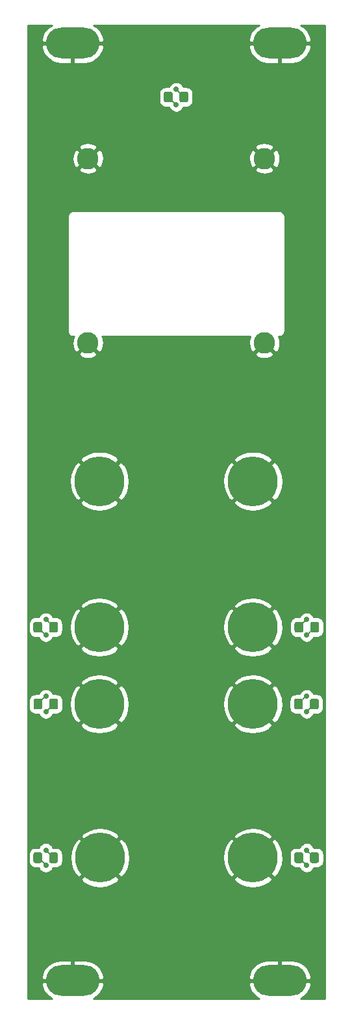
<source format=gtl>
G04 #@! TF.GenerationSoftware,KiCad,Pcbnew,(5.1.9)-1*
G04 #@! TF.CreationDate,2021-04-12T22:44:30+02:00*
G04 #@! TF.ProjectId,KicadJE_Face,4b696361-644a-4455-9f46-6163652e6b69,rev?*
G04 #@! TF.SameCoordinates,Original*
G04 #@! TF.FileFunction,Copper,L1,Top*
G04 #@! TF.FilePolarity,Positive*
%FSLAX46Y46*%
G04 Gerber Fmt 4.6, Leading zero omitted, Abs format (unit mm)*
G04 Created by KiCad (PCBNEW (5.1.9)-1) date 2021-04-12 22:44:30*
%MOMM*%
%LPD*%
G01*
G04 APERTURE LIST*
G04 #@! TA.AperFunction,ComponentPad*
%ADD10O,7.000000X4.000000*%
G04 #@! TD*
G04 #@! TA.AperFunction,ComponentPad*
%ADD11C,6.500000*%
G04 #@! TD*
G04 #@! TA.AperFunction,ComponentPad*
%ADD12C,2.800000*%
G04 #@! TD*
G04 #@! TA.AperFunction,ViaPad*
%ADD13C,0.700000*%
G04 #@! TD*
G04 #@! TA.AperFunction,Conductor*
%ADD14C,0.150000*%
G04 #@! TD*
G04 #@! TA.AperFunction,Conductor*
%ADD15C,0.254000*%
G04 #@! TD*
G04 APERTURE END LIST*
D10*
X226500000Y-39000000D03*
D11*
X223000000Y-96000000D03*
D10*
X199500000Y-39000000D03*
X199500000Y-161000000D03*
D11*
X223000000Y-115000000D03*
D10*
X226500000Y-161000000D03*
D11*
X203000000Y-115000000D03*
X203075001Y-145000000D03*
X203000000Y-125000000D03*
X203000000Y-96000000D03*
X223000000Y-145000000D03*
X223000000Y-125000000D03*
G04 #@! TA.AperFunction,SMDPad,CuDef*
G36*
G01*
X211375000Y-46450001D02*
X211375000Y-45549999D01*
G75*
G02*
X211624999Y-45300000I249999J0D01*
G01*
X212275001Y-45300000D01*
G75*
G02*
X212525000Y-45549999I0J-249999D01*
G01*
X212525000Y-46450001D01*
G75*
G02*
X212275001Y-46700000I-249999J0D01*
G01*
X211624999Y-46700000D01*
G75*
G02*
X211375000Y-46450001I0J249999D01*
G01*
G37*
G04 #@! TD.AperFunction*
G04 #@! TA.AperFunction,SMDPad,CuDef*
G36*
G01*
X213425000Y-46450001D02*
X213425000Y-45549999D01*
G75*
G02*
X213674999Y-45300000I249999J0D01*
G01*
X214325001Y-45300000D01*
G75*
G02*
X214575000Y-45549999I0J-249999D01*
G01*
X214575000Y-46450001D01*
G75*
G02*
X214325001Y-46700000I-249999J0D01*
G01*
X213674999Y-46700000D01*
G75*
G02*
X213425000Y-46450001I0J249999D01*
G01*
G37*
G04 #@! TD.AperFunction*
G04 #@! TA.AperFunction,SMDPad,CuDef*
G36*
G01*
X194375000Y-115450001D02*
X194375000Y-114549999D01*
G75*
G02*
X194624999Y-114300000I249999J0D01*
G01*
X195275001Y-114300000D01*
G75*
G02*
X195525000Y-114549999I0J-249999D01*
G01*
X195525000Y-115450001D01*
G75*
G02*
X195275001Y-115700000I-249999J0D01*
G01*
X194624999Y-115700000D01*
G75*
G02*
X194375000Y-115450001I0J249999D01*
G01*
G37*
G04 #@! TD.AperFunction*
G04 #@! TA.AperFunction,SMDPad,CuDef*
G36*
G01*
X196425000Y-115450001D02*
X196425000Y-114549999D01*
G75*
G02*
X196674999Y-114300000I249999J0D01*
G01*
X197325001Y-114300000D01*
G75*
G02*
X197575000Y-114549999I0J-249999D01*
G01*
X197575000Y-115450001D01*
G75*
G02*
X197325001Y-115700000I-249999J0D01*
G01*
X196674999Y-115700000D01*
G75*
G02*
X196425000Y-115450001I0J249999D01*
G01*
G37*
G04 #@! TD.AperFunction*
G04 #@! TA.AperFunction,SMDPad,CuDef*
G36*
G01*
X230475000Y-115450001D02*
X230475000Y-114549999D01*
G75*
G02*
X230724999Y-114300000I249999J0D01*
G01*
X231375001Y-114300000D01*
G75*
G02*
X231625000Y-114549999I0J-249999D01*
G01*
X231625000Y-115450001D01*
G75*
G02*
X231375001Y-115700000I-249999J0D01*
G01*
X230724999Y-115700000D01*
G75*
G02*
X230475000Y-115450001I0J249999D01*
G01*
G37*
G04 #@! TD.AperFunction*
G04 #@! TA.AperFunction,SMDPad,CuDef*
G36*
G01*
X228425000Y-115450001D02*
X228425000Y-114549999D01*
G75*
G02*
X228674999Y-114300000I249999J0D01*
G01*
X229325001Y-114300000D01*
G75*
G02*
X229575000Y-114549999I0J-249999D01*
G01*
X229575000Y-115450001D01*
G75*
G02*
X229325001Y-115700000I-249999J0D01*
G01*
X228674999Y-115700000D01*
G75*
G02*
X228425000Y-115450001I0J249999D01*
G01*
G37*
G04 #@! TD.AperFunction*
G04 #@! TA.AperFunction,SMDPad,CuDef*
G36*
G01*
X194400000Y-125450001D02*
X194400000Y-124549999D01*
G75*
G02*
X194649999Y-124300000I249999J0D01*
G01*
X195300001Y-124300000D01*
G75*
G02*
X195550000Y-124549999I0J-249999D01*
G01*
X195550000Y-125450001D01*
G75*
G02*
X195300001Y-125700000I-249999J0D01*
G01*
X194649999Y-125700000D01*
G75*
G02*
X194400000Y-125450001I0J249999D01*
G01*
G37*
G04 #@! TD.AperFunction*
G04 #@! TA.AperFunction,SMDPad,CuDef*
G36*
G01*
X196450000Y-125450001D02*
X196450000Y-124549999D01*
G75*
G02*
X196699999Y-124300000I249999J0D01*
G01*
X197350001Y-124300000D01*
G75*
G02*
X197600000Y-124549999I0J-249999D01*
G01*
X197600000Y-125450001D01*
G75*
G02*
X197350001Y-125700000I-249999J0D01*
G01*
X196699999Y-125700000D01*
G75*
G02*
X196450000Y-125450001I0J249999D01*
G01*
G37*
G04 #@! TD.AperFunction*
G04 #@! TA.AperFunction,SMDPad,CuDef*
G36*
G01*
X230425000Y-125450001D02*
X230425000Y-124549999D01*
G75*
G02*
X230674999Y-124300000I249999J0D01*
G01*
X231325001Y-124300000D01*
G75*
G02*
X231575000Y-124549999I0J-249999D01*
G01*
X231575000Y-125450001D01*
G75*
G02*
X231325001Y-125700000I-249999J0D01*
G01*
X230674999Y-125700000D01*
G75*
G02*
X230425000Y-125450001I0J249999D01*
G01*
G37*
G04 #@! TD.AperFunction*
G04 #@! TA.AperFunction,SMDPad,CuDef*
G36*
G01*
X228375000Y-125450001D02*
X228375000Y-124549999D01*
G75*
G02*
X228624999Y-124300000I249999J0D01*
G01*
X229275001Y-124300000D01*
G75*
G02*
X229525000Y-124549999I0J-249999D01*
G01*
X229525000Y-125450001D01*
G75*
G02*
X229275001Y-125700000I-249999J0D01*
G01*
X228624999Y-125700000D01*
G75*
G02*
X228375000Y-125450001I0J249999D01*
G01*
G37*
G04 #@! TD.AperFunction*
G04 #@! TA.AperFunction,SMDPad,CuDef*
G36*
G01*
X194375000Y-145450001D02*
X194375000Y-144549999D01*
G75*
G02*
X194624999Y-144300000I249999J0D01*
G01*
X195275001Y-144300000D01*
G75*
G02*
X195525000Y-144549999I0J-249999D01*
G01*
X195525000Y-145450001D01*
G75*
G02*
X195275001Y-145700000I-249999J0D01*
G01*
X194624999Y-145700000D01*
G75*
G02*
X194375000Y-145450001I0J249999D01*
G01*
G37*
G04 #@! TD.AperFunction*
G04 #@! TA.AperFunction,SMDPad,CuDef*
G36*
G01*
X196425000Y-145450001D02*
X196425000Y-144549999D01*
G75*
G02*
X196674999Y-144300000I249999J0D01*
G01*
X197325001Y-144300000D01*
G75*
G02*
X197575000Y-144549999I0J-249999D01*
G01*
X197575000Y-145450001D01*
G75*
G02*
X197325001Y-145700000I-249999J0D01*
G01*
X196674999Y-145700000D01*
G75*
G02*
X196425000Y-145450001I0J249999D01*
G01*
G37*
G04 #@! TD.AperFunction*
G04 #@! TA.AperFunction,SMDPad,CuDef*
G36*
G01*
X230450000Y-145450001D02*
X230450000Y-144549999D01*
G75*
G02*
X230699999Y-144300000I249999J0D01*
G01*
X231350001Y-144300000D01*
G75*
G02*
X231600000Y-144549999I0J-249999D01*
G01*
X231600000Y-145450001D01*
G75*
G02*
X231350001Y-145700000I-249999J0D01*
G01*
X230699999Y-145700000D01*
G75*
G02*
X230450000Y-145450001I0J249999D01*
G01*
G37*
G04 #@! TD.AperFunction*
G04 #@! TA.AperFunction,SMDPad,CuDef*
G36*
G01*
X228400000Y-145450001D02*
X228400000Y-144549999D01*
G75*
G02*
X228649999Y-144300000I249999J0D01*
G01*
X229300001Y-144300000D01*
G75*
G02*
X229550000Y-144549999I0J-249999D01*
G01*
X229550000Y-145450001D01*
G75*
G02*
X229300001Y-145700000I-249999J0D01*
G01*
X228649999Y-145700000D01*
G75*
G02*
X228400000Y-145450001I0J249999D01*
G01*
G37*
G04 #@! TD.AperFunction*
D12*
X201500000Y-78000000D03*
X201500000Y-54000000D03*
X224500000Y-78000000D03*
X224500000Y-54000000D03*
D13*
X213000000Y-47000000D03*
X213000000Y-45000000D03*
X196000000Y-116000000D03*
X196000000Y-114000000D03*
X230000000Y-116000000D03*
X230000000Y-113999958D03*
X196000000Y-124000000D03*
X196000000Y-126000008D03*
X230000000Y-126000000D03*
X230000000Y-124000000D03*
X196000000Y-146000000D03*
X196000007Y-144000007D03*
X230000000Y-144000000D03*
X230000000Y-146000000D03*
D14*
X212000000Y-46000000D02*
X213000000Y-47000000D01*
X211950000Y-46000000D02*
X212000000Y-46000000D01*
X213000000Y-45000000D02*
X214000000Y-46000000D01*
X195950000Y-116000000D02*
X196000000Y-116000000D01*
X194950000Y-115000000D02*
X195950000Y-116000000D01*
X197000000Y-115000000D02*
X196000000Y-114000000D01*
X230050000Y-116000000D02*
X230000000Y-116000000D01*
X231050000Y-115000000D02*
X230050000Y-116000000D01*
X229000000Y-115000000D02*
X230000000Y-114000000D01*
X230000000Y-114000000D02*
X230000000Y-113999958D01*
X195975000Y-124000000D02*
X196000000Y-124000000D01*
X194975000Y-125000000D02*
X195975000Y-124000000D01*
X197025000Y-125000000D02*
X196024992Y-126000008D01*
X196024992Y-126000008D02*
X196000000Y-126000008D01*
X231000000Y-125000000D02*
X230000000Y-126000000D01*
X229950000Y-124000000D02*
X230000000Y-124000000D01*
X228950000Y-125000000D02*
X229950000Y-124000000D01*
X195000000Y-145000000D02*
X196000000Y-146000000D01*
X194950000Y-145000000D02*
X195000000Y-145000000D01*
X197000000Y-145000000D02*
X196000007Y-144000007D01*
X231025000Y-145000000D02*
X230025000Y-144000000D01*
X230025000Y-144000000D02*
X230000000Y-144000000D01*
X229975000Y-146000000D02*
X230000000Y-146000000D01*
X228975000Y-145000000D02*
X229975000Y-146000000D01*
D15*
X196430475Y-36879635D02*
X196046970Y-37226576D01*
X195738519Y-37641669D01*
X195516975Y-38108962D01*
X195420333Y-38462838D01*
X195527009Y-38873000D01*
X199373000Y-38873000D01*
X199373000Y-38853000D01*
X199627000Y-38853000D01*
X199627000Y-38873000D01*
X203472991Y-38873000D01*
X203579667Y-38462838D01*
X203483025Y-38108962D01*
X203261481Y-37641669D01*
X202953030Y-37226576D01*
X202569525Y-36879635D01*
X202202314Y-36660000D01*
X223797686Y-36660000D01*
X223430475Y-36879635D01*
X223046970Y-37226576D01*
X222738519Y-37641669D01*
X222516975Y-38108962D01*
X222420333Y-38462838D01*
X222527009Y-38873000D01*
X226373000Y-38873000D01*
X226373000Y-38853000D01*
X226627000Y-38853000D01*
X226627000Y-38873000D01*
X230472991Y-38873000D01*
X230579667Y-38462838D01*
X230483025Y-38108962D01*
X230261481Y-37641669D01*
X229953030Y-37226576D01*
X229569525Y-36879635D01*
X229202314Y-36660000D01*
X232340000Y-36660000D01*
X232340001Y-163340000D01*
X229202314Y-163340000D01*
X229569525Y-163120365D01*
X229953030Y-162773424D01*
X230261481Y-162358331D01*
X230483025Y-161891038D01*
X230579667Y-161537162D01*
X230472991Y-161127000D01*
X226627000Y-161127000D01*
X226627000Y-161147000D01*
X226373000Y-161147000D01*
X226373000Y-161127000D01*
X222527009Y-161127000D01*
X222420333Y-161537162D01*
X222516975Y-161891038D01*
X222738519Y-162358331D01*
X223046970Y-162773424D01*
X223430475Y-163120365D01*
X223797686Y-163340000D01*
X202202314Y-163340000D01*
X202569525Y-163120365D01*
X202953030Y-162773424D01*
X203261481Y-162358331D01*
X203483025Y-161891038D01*
X203579667Y-161537162D01*
X203472991Y-161127000D01*
X199627000Y-161127000D01*
X199627000Y-161147000D01*
X199373000Y-161147000D01*
X199373000Y-161127000D01*
X195527009Y-161127000D01*
X195420333Y-161537162D01*
X195516975Y-161891038D01*
X195738519Y-162358331D01*
X196046970Y-162773424D01*
X196430475Y-163120365D01*
X196797686Y-163340000D01*
X193660000Y-163340000D01*
X193660000Y-160462838D01*
X195420333Y-160462838D01*
X195527009Y-160873000D01*
X199373000Y-160873000D01*
X199373000Y-158365000D01*
X199627000Y-158365000D01*
X199627000Y-160873000D01*
X203472991Y-160873000D01*
X203579667Y-160462838D01*
X222420333Y-160462838D01*
X222527009Y-160873000D01*
X226373000Y-160873000D01*
X226373000Y-158365000D01*
X226627000Y-158365000D01*
X226627000Y-160873000D01*
X230472991Y-160873000D01*
X230579667Y-160462838D01*
X230483025Y-160108962D01*
X230261481Y-159641669D01*
X229953030Y-159226576D01*
X229569525Y-158879635D01*
X229125704Y-158614178D01*
X228638623Y-158440407D01*
X228127000Y-158365000D01*
X226627000Y-158365000D01*
X226373000Y-158365000D01*
X224873000Y-158365000D01*
X224361377Y-158440407D01*
X223874296Y-158614178D01*
X223430475Y-158879635D01*
X223046970Y-159226576D01*
X222738519Y-159641669D01*
X222516975Y-160108962D01*
X222420333Y-160462838D01*
X203579667Y-160462838D01*
X203483025Y-160108962D01*
X203261481Y-159641669D01*
X202953030Y-159226576D01*
X202569525Y-158879635D01*
X202125704Y-158614178D01*
X201638623Y-158440407D01*
X201127000Y-158365000D01*
X199627000Y-158365000D01*
X199373000Y-158365000D01*
X197873000Y-158365000D01*
X197361377Y-158440407D01*
X196874296Y-158614178D01*
X196430475Y-158879635D01*
X196046970Y-159226576D01*
X195738519Y-159641669D01*
X195516975Y-160108962D01*
X195420333Y-160462838D01*
X193660000Y-160462838D01*
X193660000Y-147736428D01*
X200518178Y-147736428D01*
X200884366Y-148231216D01*
X201556838Y-148596501D01*
X202287651Y-148823575D01*
X203048722Y-148903710D01*
X203810804Y-148833828D01*
X204544609Y-148616614D01*
X205221937Y-148260416D01*
X205265636Y-148231216D01*
X205631824Y-147736428D01*
X220443177Y-147736428D01*
X220809365Y-148231216D01*
X221481837Y-148596501D01*
X222212650Y-148823575D01*
X222973721Y-148903710D01*
X223735803Y-148833828D01*
X224469608Y-148616614D01*
X225146936Y-148260416D01*
X225190635Y-148231216D01*
X225556823Y-147736428D01*
X223000000Y-145179605D01*
X220443177Y-147736428D01*
X205631824Y-147736428D01*
X203075001Y-145179605D01*
X200518178Y-147736428D01*
X193660000Y-147736428D01*
X193660000Y-144549999D01*
X193736928Y-144549999D01*
X193736928Y-145450001D01*
X193753992Y-145623255D01*
X193804528Y-145789851D01*
X193886595Y-145943387D01*
X193997038Y-146077962D01*
X194131613Y-146188405D01*
X194285149Y-146270472D01*
X194451745Y-146321008D01*
X194624999Y-146338072D01*
X195073878Y-146338072D01*
X195127104Y-146466572D01*
X195234901Y-146627901D01*
X195372099Y-146765099D01*
X195533428Y-146872896D01*
X195712686Y-146947147D01*
X195902986Y-146985000D01*
X196097014Y-146985000D01*
X196287314Y-146947147D01*
X196466572Y-146872896D01*
X196627901Y-146765099D01*
X196765099Y-146627901D01*
X196872896Y-146466572D01*
X196926122Y-146338072D01*
X197325001Y-146338072D01*
X197498255Y-146321008D01*
X197664851Y-146270472D01*
X197818387Y-146188405D01*
X197952962Y-146077962D01*
X198063405Y-145943387D01*
X198145472Y-145789851D01*
X198196008Y-145623255D01*
X198213072Y-145450001D01*
X198213072Y-144973721D01*
X199171291Y-144973721D01*
X199241173Y-145735803D01*
X199458387Y-146469608D01*
X199814585Y-147146936D01*
X199843785Y-147190635D01*
X200338573Y-147556823D01*
X202895396Y-145000000D01*
X203254606Y-145000000D01*
X205811429Y-147556823D01*
X206306217Y-147190635D01*
X206671502Y-146518163D01*
X206898576Y-145787350D01*
X206978711Y-145026279D01*
X206973892Y-144973721D01*
X219096290Y-144973721D01*
X219166172Y-145735803D01*
X219383386Y-146469608D01*
X219739584Y-147146936D01*
X219768784Y-147190635D01*
X220263572Y-147556823D01*
X222820395Y-145000000D01*
X223179605Y-145000000D01*
X225736428Y-147556823D01*
X226231216Y-147190635D01*
X226596501Y-146518163D01*
X226823575Y-145787350D01*
X226903710Y-145026279D01*
X226860036Y-144549999D01*
X227761928Y-144549999D01*
X227761928Y-145450001D01*
X227778992Y-145623255D01*
X227829528Y-145789851D01*
X227911595Y-145943387D01*
X228022038Y-146077962D01*
X228156613Y-146188405D01*
X228310149Y-146270472D01*
X228476745Y-146321008D01*
X228649999Y-146338072D01*
X229073878Y-146338072D01*
X229127104Y-146466572D01*
X229234901Y-146627901D01*
X229372099Y-146765099D01*
X229533428Y-146872896D01*
X229712686Y-146947147D01*
X229902986Y-146985000D01*
X230097014Y-146985000D01*
X230287314Y-146947147D01*
X230466572Y-146872896D01*
X230627901Y-146765099D01*
X230765099Y-146627901D01*
X230872896Y-146466572D01*
X230926122Y-146338072D01*
X231350001Y-146338072D01*
X231523255Y-146321008D01*
X231689851Y-146270472D01*
X231843387Y-146188405D01*
X231977962Y-146077962D01*
X232088405Y-145943387D01*
X232170472Y-145789851D01*
X232221008Y-145623255D01*
X232238072Y-145450001D01*
X232238072Y-144549999D01*
X232221008Y-144376745D01*
X232170472Y-144210149D01*
X232088405Y-144056613D01*
X231977962Y-143922038D01*
X231843387Y-143811595D01*
X231689851Y-143729528D01*
X231523255Y-143678992D01*
X231350001Y-143661928D01*
X230926122Y-143661928D01*
X230872896Y-143533428D01*
X230765099Y-143372099D01*
X230627901Y-143234901D01*
X230466572Y-143127104D01*
X230287314Y-143052853D01*
X230097014Y-143015000D01*
X229902986Y-143015000D01*
X229712686Y-143052853D01*
X229533428Y-143127104D01*
X229372099Y-143234901D01*
X229234901Y-143372099D01*
X229127104Y-143533428D01*
X229073878Y-143661928D01*
X228649999Y-143661928D01*
X228476745Y-143678992D01*
X228310149Y-143729528D01*
X228156613Y-143811595D01*
X228022038Y-143922038D01*
X227911595Y-144056613D01*
X227829528Y-144210149D01*
X227778992Y-144376745D01*
X227761928Y-144549999D01*
X226860036Y-144549999D01*
X226833828Y-144264197D01*
X226616614Y-143530392D01*
X226260416Y-142853064D01*
X226231216Y-142809365D01*
X225736428Y-142443177D01*
X223179605Y-145000000D01*
X222820395Y-145000000D01*
X220263572Y-142443177D01*
X219768784Y-142809365D01*
X219403499Y-143481837D01*
X219176425Y-144212650D01*
X219096290Y-144973721D01*
X206973892Y-144973721D01*
X206908829Y-144264197D01*
X206691615Y-143530392D01*
X206335417Y-142853064D01*
X206306217Y-142809365D01*
X205811429Y-142443177D01*
X203254606Y-145000000D01*
X202895396Y-145000000D01*
X200338573Y-142443177D01*
X199843785Y-142809365D01*
X199478500Y-143481837D01*
X199251426Y-144212650D01*
X199171291Y-144973721D01*
X198213072Y-144973721D01*
X198213072Y-144549999D01*
X198196008Y-144376745D01*
X198145472Y-144210149D01*
X198063405Y-144056613D01*
X197952962Y-143922038D01*
X197818387Y-143811595D01*
X197664851Y-143729528D01*
X197498255Y-143678992D01*
X197325001Y-143661928D01*
X196926126Y-143661928D01*
X196872903Y-143533435D01*
X196765106Y-143372106D01*
X196627908Y-143234908D01*
X196466579Y-143127111D01*
X196287321Y-143052860D01*
X196097021Y-143015007D01*
X195902993Y-143015007D01*
X195712693Y-143052860D01*
X195533435Y-143127111D01*
X195372106Y-143234908D01*
X195234908Y-143372106D01*
X195127111Y-143533435D01*
X195073888Y-143661928D01*
X194624999Y-143661928D01*
X194451745Y-143678992D01*
X194285149Y-143729528D01*
X194131613Y-143811595D01*
X193997038Y-143922038D01*
X193886595Y-144056613D01*
X193804528Y-144210149D01*
X193753992Y-144376745D01*
X193736928Y-144549999D01*
X193660000Y-144549999D01*
X193660000Y-142263572D01*
X200518178Y-142263572D01*
X203075001Y-144820395D01*
X205631824Y-142263572D01*
X220443177Y-142263572D01*
X223000000Y-144820395D01*
X225556823Y-142263572D01*
X225190635Y-141768784D01*
X224518163Y-141403499D01*
X223787350Y-141176425D01*
X223026279Y-141096290D01*
X222264197Y-141166172D01*
X221530392Y-141383386D01*
X220853064Y-141739584D01*
X220809365Y-141768784D01*
X220443177Y-142263572D01*
X205631824Y-142263572D01*
X205265636Y-141768784D01*
X204593164Y-141403499D01*
X203862351Y-141176425D01*
X203101280Y-141096290D01*
X202339198Y-141166172D01*
X201605393Y-141383386D01*
X200928065Y-141739584D01*
X200884366Y-141768784D01*
X200518178Y-142263572D01*
X193660000Y-142263572D01*
X193660000Y-127736428D01*
X200443177Y-127736428D01*
X200809365Y-128231216D01*
X201481837Y-128596501D01*
X202212650Y-128823575D01*
X202973721Y-128903710D01*
X203735803Y-128833828D01*
X204469608Y-128616614D01*
X205146936Y-128260416D01*
X205190635Y-128231216D01*
X205556823Y-127736428D01*
X220443177Y-127736428D01*
X220809365Y-128231216D01*
X221481837Y-128596501D01*
X222212650Y-128823575D01*
X222973721Y-128903710D01*
X223735803Y-128833828D01*
X224469608Y-128616614D01*
X225146936Y-128260416D01*
X225190635Y-128231216D01*
X225556823Y-127736428D01*
X223000000Y-125179605D01*
X220443177Y-127736428D01*
X205556823Y-127736428D01*
X203000000Y-125179605D01*
X200443177Y-127736428D01*
X193660000Y-127736428D01*
X193660000Y-124549999D01*
X193761928Y-124549999D01*
X193761928Y-125450001D01*
X193778992Y-125623255D01*
X193829528Y-125789851D01*
X193911595Y-125943387D01*
X194022038Y-126077962D01*
X194156613Y-126188405D01*
X194310149Y-126270472D01*
X194476745Y-126321008D01*
X194649999Y-126338072D01*
X195073874Y-126338072D01*
X195127104Y-126466580D01*
X195234901Y-126627909D01*
X195372099Y-126765107D01*
X195533428Y-126872904D01*
X195712686Y-126947155D01*
X195902986Y-126985008D01*
X196097014Y-126985008D01*
X196287314Y-126947155D01*
X196466572Y-126872904D01*
X196627901Y-126765107D01*
X196765099Y-126627909D01*
X196872896Y-126466580D01*
X196926126Y-126338072D01*
X197350001Y-126338072D01*
X197523255Y-126321008D01*
X197689851Y-126270472D01*
X197843387Y-126188405D01*
X197977962Y-126077962D01*
X198088405Y-125943387D01*
X198170472Y-125789851D01*
X198221008Y-125623255D01*
X198238072Y-125450001D01*
X198238072Y-124973721D01*
X199096290Y-124973721D01*
X199166172Y-125735803D01*
X199383386Y-126469608D01*
X199739584Y-127146936D01*
X199768784Y-127190635D01*
X200263572Y-127556823D01*
X202820395Y-125000000D01*
X203179605Y-125000000D01*
X205736428Y-127556823D01*
X206231216Y-127190635D01*
X206596501Y-126518163D01*
X206823575Y-125787350D01*
X206903710Y-125026279D01*
X206898891Y-124973721D01*
X219096290Y-124973721D01*
X219166172Y-125735803D01*
X219383386Y-126469608D01*
X219739584Y-127146936D01*
X219768784Y-127190635D01*
X220263572Y-127556823D01*
X222820395Y-125000000D01*
X223179605Y-125000000D01*
X225736428Y-127556823D01*
X226231216Y-127190635D01*
X226596501Y-126518163D01*
X226823575Y-125787350D01*
X226903710Y-125026279D01*
X226860036Y-124549999D01*
X227736928Y-124549999D01*
X227736928Y-125450001D01*
X227753992Y-125623255D01*
X227804528Y-125789851D01*
X227886595Y-125943387D01*
X227997038Y-126077962D01*
X228131613Y-126188405D01*
X228285149Y-126270472D01*
X228451745Y-126321008D01*
X228624999Y-126338072D01*
X229073878Y-126338072D01*
X229127104Y-126466572D01*
X229234901Y-126627901D01*
X229372099Y-126765099D01*
X229533428Y-126872896D01*
X229712686Y-126947147D01*
X229902986Y-126985000D01*
X230097014Y-126985000D01*
X230287314Y-126947147D01*
X230466572Y-126872896D01*
X230627901Y-126765099D01*
X230765099Y-126627901D01*
X230872896Y-126466572D01*
X230926122Y-126338072D01*
X231325001Y-126338072D01*
X231498255Y-126321008D01*
X231664851Y-126270472D01*
X231818387Y-126188405D01*
X231952962Y-126077962D01*
X232063405Y-125943387D01*
X232145472Y-125789851D01*
X232196008Y-125623255D01*
X232213072Y-125450001D01*
X232213072Y-124549999D01*
X232196008Y-124376745D01*
X232145472Y-124210149D01*
X232063405Y-124056613D01*
X231952962Y-123922038D01*
X231818387Y-123811595D01*
X231664851Y-123729528D01*
X231498255Y-123678992D01*
X231325001Y-123661928D01*
X230926122Y-123661928D01*
X230872896Y-123533428D01*
X230765099Y-123372099D01*
X230627901Y-123234901D01*
X230466572Y-123127104D01*
X230287314Y-123052853D01*
X230097014Y-123015000D01*
X229902986Y-123015000D01*
X229712686Y-123052853D01*
X229533428Y-123127104D01*
X229372099Y-123234901D01*
X229234901Y-123372099D01*
X229127104Y-123533428D01*
X229073878Y-123661928D01*
X228624999Y-123661928D01*
X228451745Y-123678992D01*
X228285149Y-123729528D01*
X228131613Y-123811595D01*
X227997038Y-123922038D01*
X227886595Y-124056613D01*
X227804528Y-124210149D01*
X227753992Y-124376745D01*
X227736928Y-124549999D01*
X226860036Y-124549999D01*
X226833828Y-124264197D01*
X226616614Y-123530392D01*
X226260416Y-122853064D01*
X226231216Y-122809365D01*
X225736428Y-122443177D01*
X223179605Y-125000000D01*
X222820395Y-125000000D01*
X220263572Y-122443177D01*
X219768784Y-122809365D01*
X219403499Y-123481837D01*
X219176425Y-124212650D01*
X219096290Y-124973721D01*
X206898891Y-124973721D01*
X206833828Y-124264197D01*
X206616614Y-123530392D01*
X206260416Y-122853064D01*
X206231216Y-122809365D01*
X205736428Y-122443177D01*
X203179605Y-125000000D01*
X202820395Y-125000000D01*
X200263572Y-122443177D01*
X199768784Y-122809365D01*
X199403499Y-123481837D01*
X199176425Y-124212650D01*
X199096290Y-124973721D01*
X198238072Y-124973721D01*
X198238072Y-124549999D01*
X198221008Y-124376745D01*
X198170472Y-124210149D01*
X198088405Y-124056613D01*
X197977962Y-123922038D01*
X197843387Y-123811595D01*
X197689851Y-123729528D01*
X197523255Y-123678992D01*
X197350001Y-123661928D01*
X196926122Y-123661928D01*
X196872896Y-123533428D01*
X196765099Y-123372099D01*
X196627901Y-123234901D01*
X196466572Y-123127104D01*
X196287314Y-123052853D01*
X196097014Y-123015000D01*
X195902986Y-123015000D01*
X195712686Y-123052853D01*
X195533428Y-123127104D01*
X195372099Y-123234901D01*
X195234901Y-123372099D01*
X195127104Y-123533428D01*
X195073878Y-123661928D01*
X194649999Y-123661928D01*
X194476745Y-123678992D01*
X194310149Y-123729528D01*
X194156613Y-123811595D01*
X194022038Y-123922038D01*
X193911595Y-124056613D01*
X193829528Y-124210149D01*
X193778992Y-124376745D01*
X193761928Y-124549999D01*
X193660000Y-124549999D01*
X193660000Y-122263572D01*
X200443177Y-122263572D01*
X203000000Y-124820395D01*
X205556823Y-122263572D01*
X220443177Y-122263572D01*
X223000000Y-124820395D01*
X225556823Y-122263572D01*
X225190635Y-121768784D01*
X224518163Y-121403499D01*
X223787350Y-121176425D01*
X223026279Y-121096290D01*
X222264197Y-121166172D01*
X221530392Y-121383386D01*
X220853064Y-121739584D01*
X220809365Y-121768784D01*
X220443177Y-122263572D01*
X205556823Y-122263572D01*
X205190635Y-121768784D01*
X204518163Y-121403499D01*
X203787350Y-121176425D01*
X203026279Y-121096290D01*
X202264197Y-121166172D01*
X201530392Y-121383386D01*
X200853064Y-121739584D01*
X200809365Y-121768784D01*
X200443177Y-122263572D01*
X193660000Y-122263572D01*
X193660000Y-117736428D01*
X200443177Y-117736428D01*
X200809365Y-118231216D01*
X201481837Y-118596501D01*
X202212650Y-118823575D01*
X202973721Y-118903710D01*
X203735803Y-118833828D01*
X204469608Y-118616614D01*
X205146936Y-118260416D01*
X205190635Y-118231216D01*
X205556823Y-117736428D01*
X220443177Y-117736428D01*
X220809365Y-118231216D01*
X221481837Y-118596501D01*
X222212650Y-118823575D01*
X222973721Y-118903710D01*
X223735803Y-118833828D01*
X224469608Y-118616614D01*
X225146936Y-118260416D01*
X225190635Y-118231216D01*
X225556823Y-117736428D01*
X223000000Y-115179605D01*
X220443177Y-117736428D01*
X205556823Y-117736428D01*
X203000000Y-115179605D01*
X200443177Y-117736428D01*
X193660000Y-117736428D01*
X193660000Y-114549999D01*
X193736928Y-114549999D01*
X193736928Y-115450001D01*
X193753992Y-115623255D01*
X193804528Y-115789851D01*
X193886595Y-115943387D01*
X193997038Y-116077962D01*
X194131613Y-116188405D01*
X194285149Y-116270472D01*
X194451745Y-116321008D01*
X194624999Y-116338072D01*
X195073878Y-116338072D01*
X195127104Y-116466572D01*
X195234901Y-116627901D01*
X195372099Y-116765099D01*
X195533428Y-116872896D01*
X195712686Y-116947147D01*
X195902986Y-116985000D01*
X196097014Y-116985000D01*
X196287314Y-116947147D01*
X196466572Y-116872896D01*
X196627901Y-116765099D01*
X196765099Y-116627901D01*
X196872896Y-116466572D01*
X196926122Y-116338072D01*
X197325001Y-116338072D01*
X197498255Y-116321008D01*
X197664851Y-116270472D01*
X197818387Y-116188405D01*
X197952962Y-116077962D01*
X198063405Y-115943387D01*
X198145472Y-115789851D01*
X198196008Y-115623255D01*
X198213072Y-115450001D01*
X198213072Y-114973721D01*
X199096290Y-114973721D01*
X199166172Y-115735803D01*
X199383386Y-116469608D01*
X199739584Y-117146936D01*
X199768784Y-117190635D01*
X200263572Y-117556823D01*
X202820395Y-115000000D01*
X203179605Y-115000000D01*
X205736428Y-117556823D01*
X206231216Y-117190635D01*
X206596501Y-116518163D01*
X206823575Y-115787350D01*
X206903710Y-115026279D01*
X206898891Y-114973721D01*
X219096290Y-114973721D01*
X219166172Y-115735803D01*
X219383386Y-116469608D01*
X219739584Y-117146936D01*
X219768784Y-117190635D01*
X220263572Y-117556823D01*
X222820395Y-115000000D01*
X223179605Y-115000000D01*
X225736428Y-117556823D01*
X226231216Y-117190635D01*
X226596501Y-116518163D01*
X226823575Y-115787350D01*
X226903710Y-115026279D01*
X226860036Y-114549999D01*
X227786928Y-114549999D01*
X227786928Y-115450001D01*
X227803992Y-115623255D01*
X227854528Y-115789851D01*
X227936595Y-115943387D01*
X228047038Y-116077962D01*
X228181613Y-116188405D01*
X228335149Y-116270472D01*
X228501745Y-116321008D01*
X228674999Y-116338072D01*
X229073878Y-116338072D01*
X229127104Y-116466572D01*
X229234901Y-116627901D01*
X229372099Y-116765099D01*
X229533428Y-116872896D01*
X229712686Y-116947147D01*
X229902986Y-116985000D01*
X230097014Y-116985000D01*
X230287314Y-116947147D01*
X230466572Y-116872896D01*
X230627901Y-116765099D01*
X230765099Y-116627901D01*
X230872896Y-116466572D01*
X230926122Y-116338072D01*
X231375001Y-116338072D01*
X231548255Y-116321008D01*
X231714851Y-116270472D01*
X231868387Y-116188405D01*
X232002962Y-116077962D01*
X232113405Y-115943387D01*
X232195472Y-115789851D01*
X232246008Y-115623255D01*
X232263072Y-115450001D01*
X232263072Y-114549999D01*
X232246008Y-114376745D01*
X232195472Y-114210149D01*
X232113405Y-114056613D01*
X232002962Y-113922038D01*
X231868387Y-113811595D01*
X231714851Y-113729528D01*
X231548255Y-113678992D01*
X231375001Y-113661928D01*
X230926140Y-113661928D01*
X230872896Y-113533386D01*
X230765099Y-113372057D01*
X230627901Y-113234859D01*
X230466572Y-113127062D01*
X230287314Y-113052811D01*
X230097014Y-113014958D01*
X229902986Y-113014958D01*
X229712686Y-113052811D01*
X229533428Y-113127062D01*
X229372099Y-113234859D01*
X229234901Y-113372057D01*
X229127104Y-113533386D01*
X229073860Y-113661928D01*
X228674999Y-113661928D01*
X228501745Y-113678992D01*
X228335149Y-113729528D01*
X228181613Y-113811595D01*
X228047038Y-113922038D01*
X227936595Y-114056613D01*
X227854528Y-114210149D01*
X227803992Y-114376745D01*
X227786928Y-114549999D01*
X226860036Y-114549999D01*
X226833828Y-114264197D01*
X226616614Y-113530392D01*
X226260416Y-112853064D01*
X226231216Y-112809365D01*
X225736428Y-112443177D01*
X223179605Y-115000000D01*
X222820395Y-115000000D01*
X220263572Y-112443177D01*
X219768784Y-112809365D01*
X219403499Y-113481837D01*
X219176425Y-114212650D01*
X219096290Y-114973721D01*
X206898891Y-114973721D01*
X206833828Y-114264197D01*
X206616614Y-113530392D01*
X206260416Y-112853064D01*
X206231216Y-112809365D01*
X205736428Y-112443177D01*
X203179605Y-115000000D01*
X202820395Y-115000000D01*
X200263572Y-112443177D01*
X199768784Y-112809365D01*
X199403499Y-113481837D01*
X199176425Y-114212650D01*
X199096290Y-114973721D01*
X198213072Y-114973721D01*
X198213072Y-114549999D01*
X198196008Y-114376745D01*
X198145472Y-114210149D01*
X198063405Y-114056613D01*
X197952962Y-113922038D01*
X197818387Y-113811595D01*
X197664851Y-113729528D01*
X197498255Y-113678992D01*
X197325001Y-113661928D01*
X196926122Y-113661928D01*
X196872896Y-113533428D01*
X196765099Y-113372099D01*
X196627901Y-113234901D01*
X196466572Y-113127104D01*
X196287314Y-113052853D01*
X196097014Y-113015000D01*
X195902986Y-113015000D01*
X195712686Y-113052853D01*
X195533428Y-113127104D01*
X195372099Y-113234901D01*
X195234901Y-113372099D01*
X195127104Y-113533428D01*
X195073878Y-113661928D01*
X194624999Y-113661928D01*
X194451745Y-113678992D01*
X194285149Y-113729528D01*
X194131613Y-113811595D01*
X193997038Y-113922038D01*
X193886595Y-114056613D01*
X193804528Y-114210149D01*
X193753992Y-114376745D01*
X193736928Y-114549999D01*
X193660000Y-114549999D01*
X193660000Y-112263572D01*
X200443177Y-112263572D01*
X203000000Y-114820395D01*
X205556823Y-112263572D01*
X220443177Y-112263572D01*
X223000000Y-114820395D01*
X225556823Y-112263572D01*
X225190635Y-111768784D01*
X224518163Y-111403499D01*
X223787350Y-111176425D01*
X223026279Y-111096290D01*
X222264197Y-111166172D01*
X221530392Y-111383386D01*
X220853064Y-111739584D01*
X220809365Y-111768784D01*
X220443177Y-112263572D01*
X205556823Y-112263572D01*
X205190635Y-111768784D01*
X204518163Y-111403499D01*
X203787350Y-111176425D01*
X203026279Y-111096290D01*
X202264197Y-111166172D01*
X201530392Y-111383386D01*
X200853064Y-111739584D01*
X200809365Y-111768784D01*
X200443177Y-112263572D01*
X193660000Y-112263572D01*
X193660000Y-98736428D01*
X200443177Y-98736428D01*
X200809365Y-99231216D01*
X201481837Y-99596501D01*
X202212650Y-99823575D01*
X202973721Y-99903710D01*
X203735803Y-99833828D01*
X204469608Y-99616614D01*
X205146936Y-99260416D01*
X205190635Y-99231216D01*
X205556823Y-98736428D01*
X220443177Y-98736428D01*
X220809365Y-99231216D01*
X221481837Y-99596501D01*
X222212650Y-99823575D01*
X222973721Y-99903710D01*
X223735803Y-99833828D01*
X224469608Y-99616614D01*
X225146936Y-99260416D01*
X225190635Y-99231216D01*
X225556823Y-98736428D01*
X223000000Y-96179605D01*
X220443177Y-98736428D01*
X205556823Y-98736428D01*
X203000000Y-96179605D01*
X200443177Y-98736428D01*
X193660000Y-98736428D01*
X193660000Y-95973721D01*
X199096290Y-95973721D01*
X199166172Y-96735803D01*
X199383386Y-97469608D01*
X199739584Y-98146936D01*
X199768784Y-98190635D01*
X200263572Y-98556823D01*
X202820395Y-96000000D01*
X203179605Y-96000000D01*
X205736428Y-98556823D01*
X206231216Y-98190635D01*
X206596501Y-97518163D01*
X206823575Y-96787350D01*
X206903710Y-96026279D01*
X206898891Y-95973721D01*
X219096290Y-95973721D01*
X219166172Y-96735803D01*
X219383386Y-97469608D01*
X219739584Y-98146936D01*
X219768784Y-98190635D01*
X220263572Y-98556823D01*
X222820395Y-96000000D01*
X223179605Y-96000000D01*
X225736428Y-98556823D01*
X226231216Y-98190635D01*
X226596501Y-97518163D01*
X226823575Y-96787350D01*
X226903710Y-96026279D01*
X226833828Y-95264197D01*
X226616614Y-94530392D01*
X226260416Y-93853064D01*
X226231216Y-93809365D01*
X225736428Y-93443177D01*
X223179605Y-96000000D01*
X222820395Y-96000000D01*
X220263572Y-93443177D01*
X219768784Y-93809365D01*
X219403499Y-94481837D01*
X219176425Y-95212650D01*
X219096290Y-95973721D01*
X206898891Y-95973721D01*
X206833828Y-95264197D01*
X206616614Y-94530392D01*
X206260416Y-93853064D01*
X206231216Y-93809365D01*
X205736428Y-93443177D01*
X203179605Y-96000000D01*
X202820395Y-96000000D01*
X200263572Y-93443177D01*
X199768784Y-93809365D01*
X199403499Y-94481837D01*
X199176425Y-95212650D01*
X199096290Y-95973721D01*
X193660000Y-95973721D01*
X193660000Y-93263572D01*
X200443177Y-93263572D01*
X203000000Y-95820395D01*
X205556823Y-93263572D01*
X220443177Y-93263572D01*
X223000000Y-95820395D01*
X225556823Y-93263572D01*
X225190635Y-92768784D01*
X224518163Y-92403499D01*
X223787350Y-92176425D01*
X223026279Y-92096290D01*
X222264197Y-92166172D01*
X221530392Y-92383386D01*
X220853064Y-92739584D01*
X220809365Y-92768784D01*
X220443177Y-93263572D01*
X205556823Y-93263572D01*
X205190635Y-92768784D01*
X204518163Y-92403499D01*
X203787350Y-92176425D01*
X203026279Y-92096290D01*
X202264197Y-92166172D01*
X201530392Y-92383386D01*
X200853064Y-92739584D01*
X200809365Y-92768784D01*
X200443177Y-93263572D01*
X193660000Y-93263572D01*
X193660000Y-79420447D01*
X200259158Y-79420447D01*
X200403135Y-79725770D01*
X200760892Y-79906597D01*
X201147053Y-80014155D01*
X201546777Y-80044310D01*
X201944704Y-79995904D01*
X202325540Y-79870795D01*
X202596865Y-79725770D01*
X202740842Y-79420447D01*
X223259158Y-79420447D01*
X223403135Y-79725770D01*
X223760892Y-79906597D01*
X224147053Y-80014155D01*
X224546777Y-80044310D01*
X224944704Y-79995904D01*
X225325540Y-79870795D01*
X225596865Y-79725770D01*
X225740842Y-79420447D01*
X224500000Y-78179605D01*
X223259158Y-79420447D01*
X202740842Y-79420447D01*
X201500000Y-78179605D01*
X200259158Y-79420447D01*
X193660000Y-79420447D01*
X193660000Y-61500000D01*
X198836807Y-61500000D01*
X198840001Y-61532429D01*
X198840000Y-76467581D01*
X198836807Y-76500000D01*
X198849550Y-76629383D01*
X198887290Y-76753793D01*
X198948575Y-76868450D01*
X199031052Y-76968948D01*
X199131550Y-77051425D01*
X199246207Y-77112710D01*
X199370617Y-77150450D01*
X199500000Y-77163193D01*
X199532419Y-77160000D01*
X199644399Y-77160000D01*
X199593403Y-77260892D01*
X199485845Y-77647053D01*
X199455690Y-78046777D01*
X199504096Y-78444704D01*
X199629205Y-78825540D01*
X199774230Y-79096865D01*
X200079553Y-79240842D01*
X201320395Y-78000000D01*
X201306253Y-77985858D01*
X201485858Y-77806253D01*
X201500000Y-77820395D01*
X201514143Y-77806253D01*
X201693748Y-77985858D01*
X201679605Y-78000000D01*
X202920447Y-79240842D01*
X203225770Y-79096865D01*
X203406597Y-78739108D01*
X203514155Y-78352947D01*
X203544310Y-77953223D01*
X203495904Y-77555296D01*
X203370795Y-77174460D01*
X203363066Y-77160000D01*
X222644399Y-77160000D01*
X222593403Y-77260892D01*
X222485845Y-77647053D01*
X222455690Y-78046777D01*
X222504096Y-78444704D01*
X222629205Y-78825540D01*
X222774230Y-79096865D01*
X223079553Y-79240842D01*
X224320395Y-78000000D01*
X224306253Y-77985858D01*
X224485858Y-77806253D01*
X224500000Y-77820395D01*
X224514143Y-77806253D01*
X224693748Y-77985858D01*
X224679605Y-78000000D01*
X225920447Y-79240842D01*
X226225770Y-79096865D01*
X226406597Y-78739108D01*
X226514155Y-78352947D01*
X226544310Y-77953223D01*
X226495904Y-77555296D01*
X226370795Y-77174460D01*
X226363066Y-77160000D01*
X226467581Y-77160000D01*
X226500000Y-77163193D01*
X226532419Y-77160000D01*
X226629383Y-77150450D01*
X226753793Y-77112710D01*
X226868450Y-77051425D01*
X226968948Y-76968948D01*
X227051425Y-76868450D01*
X227112710Y-76753793D01*
X227150450Y-76629383D01*
X227163193Y-76500000D01*
X227160000Y-76467581D01*
X227160000Y-61532419D01*
X227163193Y-61500000D01*
X227150450Y-61370617D01*
X227112710Y-61246207D01*
X227051425Y-61131550D01*
X226968948Y-61031052D01*
X226868450Y-60948575D01*
X226753793Y-60887290D01*
X226629383Y-60849550D01*
X226532419Y-60840000D01*
X226500000Y-60836807D01*
X226467581Y-60840000D01*
X199532419Y-60840000D01*
X199500000Y-60836807D01*
X199467581Y-60840000D01*
X199370617Y-60849550D01*
X199246207Y-60887290D01*
X199131550Y-60948575D01*
X199031052Y-61031052D01*
X198948575Y-61131550D01*
X198887290Y-61246207D01*
X198849550Y-61370617D01*
X198836807Y-61500000D01*
X193660000Y-61500000D01*
X193660000Y-55420447D01*
X200259158Y-55420447D01*
X200403135Y-55725770D01*
X200760892Y-55906597D01*
X201147053Y-56014155D01*
X201546777Y-56044310D01*
X201944704Y-55995904D01*
X202325540Y-55870795D01*
X202596865Y-55725770D01*
X202740842Y-55420447D01*
X223259158Y-55420447D01*
X223403135Y-55725770D01*
X223760892Y-55906597D01*
X224147053Y-56014155D01*
X224546777Y-56044310D01*
X224944704Y-55995904D01*
X225325540Y-55870795D01*
X225596865Y-55725770D01*
X225740842Y-55420447D01*
X224500000Y-54179605D01*
X223259158Y-55420447D01*
X202740842Y-55420447D01*
X201500000Y-54179605D01*
X200259158Y-55420447D01*
X193660000Y-55420447D01*
X193660000Y-54046777D01*
X199455690Y-54046777D01*
X199504096Y-54444704D01*
X199629205Y-54825540D01*
X199774230Y-55096865D01*
X200079553Y-55240842D01*
X201320395Y-54000000D01*
X201679605Y-54000000D01*
X202920447Y-55240842D01*
X203225770Y-55096865D01*
X203406597Y-54739108D01*
X203514155Y-54352947D01*
X203537252Y-54046777D01*
X222455690Y-54046777D01*
X222504096Y-54444704D01*
X222629205Y-54825540D01*
X222774230Y-55096865D01*
X223079553Y-55240842D01*
X224320395Y-54000000D01*
X224679605Y-54000000D01*
X225920447Y-55240842D01*
X226225770Y-55096865D01*
X226406597Y-54739108D01*
X226514155Y-54352947D01*
X226544310Y-53953223D01*
X226495904Y-53555296D01*
X226370795Y-53174460D01*
X226225770Y-52903135D01*
X225920447Y-52759158D01*
X224679605Y-54000000D01*
X224320395Y-54000000D01*
X223079553Y-52759158D01*
X222774230Y-52903135D01*
X222593403Y-53260892D01*
X222485845Y-53647053D01*
X222455690Y-54046777D01*
X203537252Y-54046777D01*
X203544310Y-53953223D01*
X203495904Y-53555296D01*
X203370795Y-53174460D01*
X203225770Y-52903135D01*
X202920447Y-52759158D01*
X201679605Y-54000000D01*
X201320395Y-54000000D01*
X200079553Y-52759158D01*
X199774230Y-52903135D01*
X199593403Y-53260892D01*
X199485845Y-53647053D01*
X199455690Y-54046777D01*
X193660000Y-54046777D01*
X193660000Y-52579553D01*
X200259158Y-52579553D01*
X201500000Y-53820395D01*
X202740842Y-52579553D01*
X223259158Y-52579553D01*
X224500000Y-53820395D01*
X225740842Y-52579553D01*
X225596865Y-52274230D01*
X225239108Y-52093403D01*
X224852947Y-51985845D01*
X224453223Y-51955690D01*
X224055296Y-52004096D01*
X223674460Y-52129205D01*
X223403135Y-52274230D01*
X223259158Y-52579553D01*
X202740842Y-52579553D01*
X202596865Y-52274230D01*
X202239108Y-52093403D01*
X201852947Y-51985845D01*
X201453223Y-51955690D01*
X201055296Y-52004096D01*
X200674460Y-52129205D01*
X200403135Y-52274230D01*
X200259158Y-52579553D01*
X193660000Y-52579553D01*
X193660000Y-45549999D01*
X210736928Y-45549999D01*
X210736928Y-46450001D01*
X210753992Y-46623255D01*
X210804528Y-46789851D01*
X210886595Y-46943387D01*
X210997038Y-47077962D01*
X211131613Y-47188405D01*
X211285149Y-47270472D01*
X211451745Y-47321008D01*
X211624999Y-47338072D01*
X212073878Y-47338072D01*
X212127104Y-47466572D01*
X212234901Y-47627901D01*
X212372099Y-47765099D01*
X212533428Y-47872896D01*
X212712686Y-47947147D01*
X212902986Y-47985000D01*
X213097014Y-47985000D01*
X213287314Y-47947147D01*
X213466572Y-47872896D01*
X213627901Y-47765099D01*
X213765099Y-47627901D01*
X213872896Y-47466572D01*
X213926122Y-47338072D01*
X214325001Y-47338072D01*
X214498255Y-47321008D01*
X214664851Y-47270472D01*
X214818387Y-47188405D01*
X214952962Y-47077962D01*
X215063405Y-46943387D01*
X215145472Y-46789851D01*
X215196008Y-46623255D01*
X215213072Y-46450001D01*
X215213072Y-45549999D01*
X215196008Y-45376745D01*
X215145472Y-45210149D01*
X215063405Y-45056613D01*
X214952962Y-44922038D01*
X214818387Y-44811595D01*
X214664851Y-44729528D01*
X214498255Y-44678992D01*
X214325001Y-44661928D01*
X213926122Y-44661928D01*
X213872896Y-44533428D01*
X213765099Y-44372099D01*
X213627901Y-44234901D01*
X213466572Y-44127104D01*
X213287314Y-44052853D01*
X213097014Y-44015000D01*
X212902986Y-44015000D01*
X212712686Y-44052853D01*
X212533428Y-44127104D01*
X212372099Y-44234901D01*
X212234901Y-44372099D01*
X212127104Y-44533428D01*
X212073878Y-44661928D01*
X211624999Y-44661928D01*
X211451745Y-44678992D01*
X211285149Y-44729528D01*
X211131613Y-44811595D01*
X210997038Y-44922038D01*
X210886595Y-45056613D01*
X210804528Y-45210149D01*
X210753992Y-45376745D01*
X210736928Y-45549999D01*
X193660000Y-45549999D01*
X193660000Y-39537162D01*
X195420333Y-39537162D01*
X195516975Y-39891038D01*
X195738519Y-40358331D01*
X196046970Y-40773424D01*
X196430475Y-41120365D01*
X196874296Y-41385822D01*
X197361377Y-41559593D01*
X197873000Y-41635000D01*
X199373000Y-41635000D01*
X199373000Y-39127000D01*
X199627000Y-39127000D01*
X199627000Y-41635000D01*
X201127000Y-41635000D01*
X201638623Y-41559593D01*
X202125704Y-41385822D01*
X202569525Y-41120365D01*
X202953030Y-40773424D01*
X203261481Y-40358331D01*
X203483025Y-39891038D01*
X203579667Y-39537162D01*
X222420333Y-39537162D01*
X222516975Y-39891038D01*
X222738519Y-40358331D01*
X223046970Y-40773424D01*
X223430475Y-41120365D01*
X223874296Y-41385822D01*
X224361377Y-41559593D01*
X224873000Y-41635000D01*
X226373000Y-41635000D01*
X226373000Y-39127000D01*
X226627000Y-39127000D01*
X226627000Y-41635000D01*
X228127000Y-41635000D01*
X228638623Y-41559593D01*
X229125704Y-41385822D01*
X229569525Y-41120365D01*
X229953030Y-40773424D01*
X230261481Y-40358331D01*
X230483025Y-39891038D01*
X230579667Y-39537162D01*
X230472991Y-39127000D01*
X226627000Y-39127000D01*
X226373000Y-39127000D01*
X222527009Y-39127000D01*
X222420333Y-39537162D01*
X203579667Y-39537162D01*
X203472991Y-39127000D01*
X199627000Y-39127000D01*
X199373000Y-39127000D01*
X195527009Y-39127000D01*
X195420333Y-39537162D01*
X193660000Y-39537162D01*
X193660000Y-36660000D01*
X196797686Y-36660000D01*
X196430475Y-36879635D01*
G04 #@! TA.AperFunction,Conductor*
D14*
G36*
X196430475Y-36879635D02*
G01*
X196046970Y-37226576D01*
X195738519Y-37641669D01*
X195516975Y-38108962D01*
X195420333Y-38462838D01*
X195527009Y-38873000D01*
X199373000Y-38873000D01*
X199373000Y-38853000D01*
X199627000Y-38853000D01*
X199627000Y-38873000D01*
X203472991Y-38873000D01*
X203579667Y-38462838D01*
X203483025Y-38108962D01*
X203261481Y-37641669D01*
X202953030Y-37226576D01*
X202569525Y-36879635D01*
X202202314Y-36660000D01*
X223797686Y-36660000D01*
X223430475Y-36879635D01*
X223046970Y-37226576D01*
X222738519Y-37641669D01*
X222516975Y-38108962D01*
X222420333Y-38462838D01*
X222527009Y-38873000D01*
X226373000Y-38873000D01*
X226373000Y-38853000D01*
X226627000Y-38853000D01*
X226627000Y-38873000D01*
X230472991Y-38873000D01*
X230579667Y-38462838D01*
X230483025Y-38108962D01*
X230261481Y-37641669D01*
X229953030Y-37226576D01*
X229569525Y-36879635D01*
X229202314Y-36660000D01*
X232340000Y-36660000D01*
X232340001Y-163340000D01*
X229202314Y-163340000D01*
X229569525Y-163120365D01*
X229953030Y-162773424D01*
X230261481Y-162358331D01*
X230483025Y-161891038D01*
X230579667Y-161537162D01*
X230472991Y-161127000D01*
X226627000Y-161127000D01*
X226627000Y-161147000D01*
X226373000Y-161147000D01*
X226373000Y-161127000D01*
X222527009Y-161127000D01*
X222420333Y-161537162D01*
X222516975Y-161891038D01*
X222738519Y-162358331D01*
X223046970Y-162773424D01*
X223430475Y-163120365D01*
X223797686Y-163340000D01*
X202202314Y-163340000D01*
X202569525Y-163120365D01*
X202953030Y-162773424D01*
X203261481Y-162358331D01*
X203483025Y-161891038D01*
X203579667Y-161537162D01*
X203472991Y-161127000D01*
X199627000Y-161127000D01*
X199627000Y-161147000D01*
X199373000Y-161147000D01*
X199373000Y-161127000D01*
X195527009Y-161127000D01*
X195420333Y-161537162D01*
X195516975Y-161891038D01*
X195738519Y-162358331D01*
X196046970Y-162773424D01*
X196430475Y-163120365D01*
X196797686Y-163340000D01*
X193660000Y-163340000D01*
X193660000Y-160462838D01*
X195420333Y-160462838D01*
X195527009Y-160873000D01*
X199373000Y-160873000D01*
X199373000Y-158365000D01*
X199627000Y-158365000D01*
X199627000Y-160873000D01*
X203472991Y-160873000D01*
X203579667Y-160462838D01*
X222420333Y-160462838D01*
X222527009Y-160873000D01*
X226373000Y-160873000D01*
X226373000Y-158365000D01*
X226627000Y-158365000D01*
X226627000Y-160873000D01*
X230472991Y-160873000D01*
X230579667Y-160462838D01*
X230483025Y-160108962D01*
X230261481Y-159641669D01*
X229953030Y-159226576D01*
X229569525Y-158879635D01*
X229125704Y-158614178D01*
X228638623Y-158440407D01*
X228127000Y-158365000D01*
X226627000Y-158365000D01*
X226373000Y-158365000D01*
X224873000Y-158365000D01*
X224361377Y-158440407D01*
X223874296Y-158614178D01*
X223430475Y-158879635D01*
X223046970Y-159226576D01*
X222738519Y-159641669D01*
X222516975Y-160108962D01*
X222420333Y-160462838D01*
X203579667Y-160462838D01*
X203483025Y-160108962D01*
X203261481Y-159641669D01*
X202953030Y-159226576D01*
X202569525Y-158879635D01*
X202125704Y-158614178D01*
X201638623Y-158440407D01*
X201127000Y-158365000D01*
X199627000Y-158365000D01*
X199373000Y-158365000D01*
X197873000Y-158365000D01*
X197361377Y-158440407D01*
X196874296Y-158614178D01*
X196430475Y-158879635D01*
X196046970Y-159226576D01*
X195738519Y-159641669D01*
X195516975Y-160108962D01*
X195420333Y-160462838D01*
X193660000Y-160462838D01*
X193660000Y-147736428D01*
X200518178Y-147736428D01*
X200884366Y-148231216D01*
X201556838Y-148596501D01*
X202287651Y-148823575D01*
X203048722Y-148903710D01*
X203810804Y-148833828D01*
X204544609Y-148616614D01*
X205221937Y-148260416D01*
X205265636Y-148231216D01*
X205631824Y-147736428D01*
X220443177Y-147736428D01*
X220809365Y-148231216D01*
X221481837Y-148596501D01*
X222212650Y-148823575D01*
X222973721Y-148903710D01*
X223735803Y-148833828D01*
X224469608Y-148616614D01*
X225146936Y-148260416D01*
X225190635Y-148231216D01*
X225556823Y-147736428D01*
X223000000Y-145179605D01*
X220443177Y-147736428D01*
X205631824Y-147736428D01*
X203075001Y-145179605D01*
X200518178Y-147736428D01*
X193660000Y-147736428D01*
X193660000Y-144549999D01*
X193736928Y-144549999D01*
X193736928Y-145450001D01*
X193753992Y-145623255D01*
X193804528Y-145789851D01*
X193886595Y-145943387D01*
X193997038Y-146077962D01*
X194131613Y-146188405D01*
X194285149Y-146270472D01*
X194451745Y-146321008D01*
X194624999Y-146338072D01*
X195073878Y-146338072D01*
X195127104Y-146466572D01*
X195234901Y-146627901D01*
X195372099Y-146765099D01*
X195533428Y-146872896D01*
X195712686Y-146947147D01*
X195902986Y-146985000D01*
X196097014Y-146985000D01*
X196287314Y-146947147D01*
X196466572Y-146872896D01*
X196627901Y-146765099D01*
X196765099Y-146627901D01*
X196872896Y-146466572D01*
X196926122Y-146338072D01*
X197325001Y-146338072D01*
X197498255Y-146321008D01*
X197664851Y-146270472D01*
X197818387Y-146188405D01*
X197952962Y-146077962D01*
X198063405Y-145943387D01*
X198145472Y-145789851D01*
X198196008Y-145623255D01*
X198213072Y-145450001D01*
X198213072Y-144973721D01*
X199171291Y-144973721D01*
X199241173Y-145735803D01*
X199458387Y-146469608D01*
X199814585Y-147146936D01*
X199843785Y-147190635D01*
X200338573Y-147556823D01*
X202895396Y-145000000D01*
X203254606Y-145000000D01*
X205811429Y-147556823D01*
X206306217Y-147190635D01*
X206671502Y-146518163D01*
X206898576Y-145787350D01*
X206978711Y-145026279D01*
X206973892Y-144973721D01*
X219096290Y-144973721D01*
X219166172Y-145735803D01*
X219383386Y-146469608D01*
X219739584Y-147146936D01*
X219768784Y-147190635D01*
X220263572Y-147556823D01*
X222820395Y-145000000D01*
X223179605Y-145000000D01*
X225736428Y-147556823D01*
X226231216Y-147190635D01*
X226596501Y-146518163D01*
X226823575Y-145787350D01*
X226903710Y-145026279D01*
X226860036Y-144549999D01*
X227761928Y-144549999D01*
X227761928Y-145450001D01*
X227778992Y-145623255D01*
X227829528Y-145789851D01*
X227911595Y-145943387D01*
X228022038Y-146077962D01*
X228156613Y-146188405D01*
X228310149Y-146270472D01*
X228476745Y-146321008D01*
X228649999Y-146338072D01*
X229073878Y-146338072D01*
X229127104Y-146466572D01*
X229234901Y-146627901D01*
X229372099Y-146765099D01*
X229533428Y-146872896D01*
X229712686Y-146947147D01*
X229902986Y-146985000D01*
X230097014Y-146985000D01*
X230287314Y-146947147D01*
X230466572Y-146872896D01*
X230627901Y-146765099D01*
X230765099Y-146627901D01*
X230872896Y-146466572D01*
X230926122Y-146338072D01*
X231350001Y-146338072D01*
X231523255Y-146321008D01*
X231689851Y-146270472D01*
X231843387Y-146188405D01*
X231977962Y-146077962D01*
X232088405Y-145943387D01*
X232170472Y-145789851D01*
X232221008Y-145623255D01*
X232238072Y-145450001D01*
X232238072Y-144549999D01*
X232221008Y-144376745D01*
X232170472Y-144210149D01*
X232088405Y-144056613D01*
X231977962Y-143922038D01*
X231843387Y-143811595D01*
X231689851Y-143729528D01*
X231523255Y-143678992D01*
X231350001Y-143661928D01*
X230926122Y-143661928D01*
X230872896Y-143533428D01*
X230765099Y-143372099D01*
X230627901Y-143234901D01*
X230466572Y-143127104D01*
X230287314Y-143052853D01*
X230097014Y-143015000D01*
X229902986Y-143015000D01*
X229712686Y-143052853D01*
X229533428Y-143127104D01*
X229372099Y-143234901D01*
X229234901Y-143372099D01*
X229127104Y-143533428D01*
X229073878Y-143661928D01*
X228649999Y-143661928D01*
X228476745Y-143678992D01*
X228310149Y-143729528D01*
X228156613Y-143811595D01*
X228022038Y-143922038D01*
X227911595Y-144056613D01*
X227829528Y-144210149D01*
X227778992Y-144376745D01*
X227761928Y-144549999D01*
X226860036Y-144549999D01*
X226833828Y-144264197D01*
X226616614Y-143530392D01*
X226260416Y-142853064D01*
X226231216Y-142809365D01*
X225736428Y-142443177D01*
X223179605Y-145000000D01*
X222820395Y-145000000D01*
X220263572Y-142443177D01*
X219768784Y-142809365D01*
X219403499Y-143481837D01*
X219176425Y-144212650D01*
X219096290Y-144973721D01*
X206973892Y-144973721D01*
X206908829Y-144264197D01*
X206691615Y-143530392D01*
X206335417Y-142853064D01*
X206306217Y-142809365D01*
X205811429Y-142443177D01*
X203254606Y-145000000D01*
X202895396Y-145000000D01*
X200338573Y-142443177D01*
X199843785Y-142809365D01*
X199478500Y-143481837D01*
X199251426Y-144212650D01*
X199171291Y-144973721D01*
X198213072Y-144973721D01*
X198213072Y-144549999D01*
X198196008Y-144376745D01*
X198145472Y-144210149D01*
X198063405Y-144056613D01*
X197952962Y-143922038D01*
X197818387Y-143811595D01*
X197664851Y-143729528D01*
X197498255Y-143678992D01*
X197325001Y-143661928D01*
X196926126Y-143661928D01*
X196872903Y-143533435D01*
X196765106Y-143372106D01*
X196627908Y-143234908D01*
X196466579Y-143127111D01*
X196287321Y-143052860D01*
X196097021Y-143015007D01*
X195902993Y-143015007D01*
X195712693Y-143052860D01*
X195533435Y-143127111D01*
X195372106Y-143234908D01*
X195234908Y-143372106D01*
X195127111Y-143533435D01*
X195073888Y-143661928D01*
X194624999Y-143661928D01*
X194451745Y-143678992D01*
X194285149Y-143729528D01*
X194131613Y-143811595D01*
X193997038Y-143922038D01*
X193886595Y-144056613D01*
X193804528Y-144210149D01*
X193753992Y-144376745D01*
X193736928Y-144549999D01*
X193660000Y-144549999D01*
X193660000Y-142263572D01*
X200518178Y-142263572D01*
X203075001Y-144820395D01*
X205631824Y-142263572D01*
X220443177Y-142263572D01*
X223000000Y-144820395D01*
X225556823Y-142263572D01*
X225190635Y-141768784D01*
X224518163Y-141403499D01*
X223787350Y-141176425D01*
X223026279Y-141096290D01*
X222264197Y-141166172D01*
X221530392Y-141383386D01*
X220853064Y-141739584D01*
X220809365Y-141768784D01*
X220443177Y-142263572D01*
X205631824Y-142263572D01*
X205265636Y-141768784D01*
X204593164Y-141403499D01*
X203862351Y-141176425D01*
X203101280Y-141096290D01*
X202339198Y-141166172D01*
X201605393Y-141383386D01*
X200928065Y-141739584D01*
X200884366Y-141768784D01*
X200518178Y-142263572D01*
X193660000Y-142263572D01*
X193660000Y-127736428D01*
X200443177Y-127736428D01*
X200809365Y-128231216D01*
X201481837Y-128596501D01*
X202212650Y-128823575D01*
X202973721Y-128903710D01*
X203735803Y-128833828D01*
X204469608Y-128616614D01*
X205146936Y-128260416D01*
X205190635Y-128231216D01*
X205556823Y-127736428D01*
X220443177Y-127736428D01*
X220809365Y-128231216D01*
X221481837Y-128596501D01*
X222212650Y-128823575D01*
X222973721Y-128903710D01*
X223735803Y-128833828D01*
X224469608Y-128616614D01*
X225146936Y-128260416D01*
X225190635Y-128231216D01*
X225556823Y-127736428D01*
X223000000Y-125179605D01*
X220443177Y-127736428D01*
X205556823Y-127736428D01*
X203000000Y-125179605D01*
X200443177Y-127736428D01*
X193660000Y-127736428D01*
X193660000Y-124549999D01*
X193761928Y-124549999D01*
X193761928Y-125450001D01*
X193778992Y-125623255D01*
X193829528Y-125789851D01*
X193911595Y-125943387D01*
X194022038Y-126077962D01*
X194156613Y-126188405D01*
X194310149Y-126270472D01*
X194476745Y-126321008D01*
X194649999Y-126338072D01*
X195073874Y-126338072D01*
X195127104Y-126466580D01*
X195234901Y-126627909D01*
X195372099Y-126765107D01*
X195533428Y-126872904D01*
X195712686Y-126947155D01*
X195902986Y-126985008D01*
X196097014Y-126985008D01*
X196287314Y-126947155D01*
X196466572Y-126872904D01*
X196627901Y-126765107D01*
X196765099Y-126627909D01*
X196872896Y-126466580D01*
X196926126Y-126338072D01*
X197350001Y-126338072D01*
X197523255Y-126321008D01*
X197689851Y-126270472D01*
X197843387Y-126188405D01*
X197977962Y-126077962D01*
X198088405Y-125943387D01*
X198170472Y-125789851D01*
X198221008Y-125623255D01*
X198238072Y-125450001D01*
X198238072Y-124973721D01*
X199096290Y-124973721D01*
X199166172Y-125735803D01*
X199383386Y-126469608D01*
X199739584Y-127146936D01*
X199768784Y-127190635D01*
X200263572Y-127556823D01*
X202820395Y-125000000D01*
X203179605Y-125000000D01*
X205736428Y-127556823D01*
X206231216Y-127190635D01*
X206596501Y-126518163D01*
X206823575Y-125787350D01*
X206903710Y-125026279D01*
X206898891Y-124973721D01*
X219096290Y-124973721D01*
X219166172Y-125735803D01*
X219383386Y-126469608D01*
X219739584Y-127146936D01*
X219768784Y-127190635D01*
X220263572Y-127556823D01*
X222820395Y-125000000D01*
X223179605Y-125000000D01*
X225736428Y-127556823D01*
X226231216Y-127190635D01*
X226596501Y-126518163D01*
X226823575Y-125787350D01*
X226903710Y-125026279D01*
X226860036Y-124549999D01*
X227736928Y-124549999D01*
X227736928Y-125450001D01*
X227753992Y-125623255D01*
X227804528Y-125789851D01*
X227886595Y-125943387D01*
X227997038Y-126077962D01*
X228131613Y-126188405D01*
X228285149Y-126270472D01*
X228451745Y-126321008D01*
X228624999Y-126338072D01*
X229073878Y-126338072D01*
X229127104Y-126466572D01*
X229234901Y-126627901D01*
X229372099Y-126765099D01*
X229533428Y-126872896D01*
X229712686Y-126947147D01*
X229902986Y-126985000D01*
X230097014Y-126985000D01*
X230287314Y-126947147D01*
X230466572Y-126872896D01*
X230627901Y-126765099D01*
X230765099Y-126627901D01*
X230872896Y-126466572D01*
X230926122Y-126338072D01*
X231325001Y-126338072D01*
X231498255Y-126321008D01*
X231664851Y-126270472D01*
X231818387Y-126188405D01*
X231952962Y-126077962D01*
X232063405Y-125943387D01*
X232145472Y-125789851D01*
X232196008Y-125623255D01*
X232213072Y-125450001D01*
X232213072Y-124549999D01*
X232196008Y-124376745D01*
X232145472Y-124210149D01*
X232063405Y-124056613D01*
X231952962Y-123922038D01*
X231818387Y-123811595D01*
X231664851Y-123729528D01*
X231498255Y-123678992D01*
X231325001Y-123661928D01*
X230926122Y-123661928D01*
X230872896Y-123533428D01*
X230765099Y-123372099D01*
X230627901Y-123234901D01*
X230466572Y-123127104D01*
X230287314Y-123052853D01*
X230097014Y-123015000D01*
X229902986Y-123015000D01*
X229712686Y-123052853D01*
X229533428Y-123127104D01*
X229372099Y-123234901D01*
X229234901Y-123372099D01*
X229127104Y-123533428D01*
X229073878Y-123661928D01*
X228624999Y-123661928D01*
X228451745Y-123678992D01*
X228285149Y-123729528D01*
X228131613Y-123811595D01*
X227997038Y-123922038D01*
X227886595Y-124056613D01*
X227804528Y-124210149D01*
X227753992Y-124376745D01*
X227736928Y-124549999D01*
X226860036Y-124549999D01*
X226833828Y-124264197D01*
X226616614Y-123530392D01*
X226260416Y-122853064D01*
X226231216Y-122809365D01*
X225736428Y-122443177D01*
X223179605Y-125000000D01*
X222820395Y-125000000D01*
X220263572Y-122443177D01*
X219768784Y-122809365D01*
X219403499Y-123481837D01*
X219176425Y-124212650D01*
X219096290Y-124973721D01*
X206898891Y-124973721D01*
X206833828Y-124264197D01*
X206616614Y-123530392D01*
X206260416Y-122853064D01*
X206231216Y-122809365D01*
X205736428Y-122443177D01*
X203179605Y-125000000D01*
X202820395Y-125000000D01*
X200263572Y-122443177D01*
X199768784Y-122809365D01*
X199403499Y-123481837D01*
X199176425Y-124212650D01*
X199096290Y-124973721D01*
X198238072Y-124973721D01*
X198238072Y-124549999D01*
X198221008Y-124376745D01*
X198170472Y-124210149D01*
X198088405Y-124056613D01*
X197977962Y-123922038D01*
X197843387Y-123811595D01*
X197689851Y-123729528D01*
X197523255Y-123678992D01*
X197350001Y-123661928D01*
X196926122Y-123661928D01*
X196872896Y-123533428D01*
X196765099Y-123372099D01*
X196627901Y-123234901D01*
X196466572Y-123127104D01*
X196287314Y-123052853D01*
X196097014Y-123015000D01*
X195902986Y-123015000D01*
X195712686Y-123052853D01*
X195533428Y-123127104D01*
X195372099Y-123234901D01*
X195234901Y-123372099D01*
X195127104Y-123533428D01*
X195073878Y-123661928D01*
X194649999Y-123661928D01*
X194476745Y-123678992D01*
X194310149Y-123729528D01*
X194156613Y-123811595D01*
X194022038Y-123922038D01*
X193911595Y-124056613D01*
X193829528Y-124210149D01*
X193778992Y-124376745D01*
X193761928Y-124549999D01*
X193660000Y-124549999D01*
X193660000Y-122263572D01*
X200443177Y-122263572D01*
X203000000Y-124820395D01*
X205556823Y-122263572D01*
X220443177Y-122263572D01*
X223000000Y-124820395D01*
X225556823Y-122263572D01*
X225190635Y-121768784D01*
X224518163Y-121403499D01*
X223787350Y-121176425D01*
X223026279Y-121096290D01*
X222264197Y-121166172D01*
X221530392Y-121383386D01*
X220853064Y-121739584D01*
X220809365Y-121768784D01*
X220443177Y-122263572D01*
X205556823Y-122263572D01*
X205190635Y-121768784D01*
X204518163Y-121403499D01*
X203787350Y-121176425D01*
X203026279Y-121096290D01*
X202264197Y-121166172D01*
X201530392Y-121383386D01*
X200853064Y-121739584D01*
X200809365Y-121768784D01*
X200443177Y-122263572D01*
X193660000Y-122263572D01*
X193660000Y-117736428D01*
X200443177Y-117736428D01*
X200809365Y-118231216D01*
X201481837Y-118596501D01*
X202212650Y-118823575D01*
X202973721Y-118903710D01*
X203735803Y-118833828D01*
X204469608Y-118616614D01*
X205146936Y-118260416D01*
X205190635Y-118231216D01*
X205556823Y-117736428D01*
X220443177Y-117736428D01*
X220809365Y-118231216D01*
X221481837Y-118596501D01*
X222212650Y-118823575D01*
X222973721Y-118903710D01*
X223735803Y-118833828D01*
X224469608Y-118616614D01*
X225146936Y-118260416D01*
X225190635Y-118231216D01*
X225556823Y-117736428D01*
X223000000Y-115179605D01*
X220443177Y-117736428D01*
X205556823Y-117736428D01*
X203000000Y-115179605D01*
X200443177Y-117736428D01*
X193660000Y-117736428D01*
X193660000Y-114549999D01*
X193736928Y-114549999D01*
X193736928Y-115450001D01*
X193753992Y-115623255D01*
X193804528Y-115789851D01*
X193886595Y-115943387D01*
X193997038Y-116077962D01*
X194131613Y-116188405D01*
X194285149Y-116270472D01*
X194451745Y-116321008D01*
X194624999Y-116338072D01*
X195073878Y-116338072D01*
X195127104Y-116466572D01*
X195234901Y-116627901D01*
X195372099Y-116765099D01*
X195533428Y-116872896D01*
X195712686Y-116947147D01*
X195902986Y-116985000D01*
X196097014Y-116985000D01*
X196287314Y-116947147D01*
X196466572Y-116872896D01*
X196627901Y-116765099D01*
X196765099Y-116627901D01*
X196872896Y-116466572D01*
X196926122Y-116338072D01*
X197325001Y-116338072D01*
X197498255Y-116321008D01*
X197664851Y-116270472D01*
X197818387Y-116188405D01*
X197952962Y-116077962D01*
X198063405Y-115943387D01*
X198145472Y-115789851D01*
X198196008Y-115623255D01*
X198213072Y-115450001D01*
X198213072Y-114973721D01*
X199096290Y-114973721D01*
X199166172Y-115735803D01*
X199383386Y-116469608D01*
X199739584Y-117146936D01*
X199768784Y-117190635D01*
X200263572Y-117556823D01*
X202820395Y-115000000D01*
X203179605Y-115000000D01*
X205736428Y-117556823D01*
X206231216Y-117190635D01*
X206596501Y-116518163D01*
X206823575Y-115787350D01*
X206903710Y-115026279D01*
X206898891Y-114973721D01*
X219096290Y-114973721D01*
X219166172Y-115735803D01*
X219383386Y-116469608D01*
X219739584Y-117146936D01*
X219768784Y-117190635D01*
X220263572Y-117556823D01*
X222820395Y-115000000D01*
X223179605Y-115000000D01*
X225736428Y-117556823D01*
X226231216Y-117190635D01*
X226596501Y-116518163D01*
X226823575Y-115787350D01*
X226903710Y-115026279D01*
X226860036Y-114549999D01*
X227786928Y-114549999D01*
X227786928Y-115450001D01*
X227803992Y-115623255D01*
X227854528Y-115789851D01*
X227936595Y-115943387D01*
X228047038Y-116077962D01*
X228181613Y-116188405D01*
X228335149Y-116270472D01*
X228501745Y-116321008D01*
X228674999Y-116338072D01*
X229073878Y-116338072D01*
X229127104Y-116466572D01*
X229234901Y-116627901D01*
X229372099Y-116765099D01*
X229533428Y-116872896D01*
X229712686Y-116947147D01*
X229902986Y-116985000D01*
X230097014Y-116985000D01*
X230287314Y-116947147D01*
X230466572Y-116872896D01*
X230627901Y-116765099D01*
X230765099Y-116627901D01*
X230872896Y-116466572D01*
X230926122Y-116338072D01*
X231375001Y-116338072D01*
X231548255Y-116321008D01*
X231714851Y-116270472D01*
X231868387Y-116188405D01*
X232002962Y-116077962D01*
X232113405Y-115943387D01*
X232195472Y-115789851D01*
X232246008Y-115623255D01*
X232263072Y-115450001D01*
X232263072Y-114549999D01*
X232246008Y-114376745D01*
X232195472Y-114210149D01*
X232113405Y-114056613D01*
X232002962Y-113922038D01*
X231868387Y-113811595D01*
X231714851Y-113729528D01*
X231548255Y-113678992D01*
X231375001Y-113661928D01*
X230926140Y-113661928D01*
X230872896Y-113533386D01*
X230765099Y-113372057D01*
X230627901Y-113234859D01*
X230466572Y-113127062D01*
X230287314Y-113052811D01*
X230097014Y-113014958D01*
X229902986Y-113014958D01*
X229712686Y-113052811D01*
X229533428Y-113127062D01*
X229372099Y-113234859D01*
X229234901Y-113372057D01*
X229127104Y-113533386D01*
X229073860Y-113661928D01*
X228674999Y-113661928D01*
X228501745Y-113678992D01*
X228335149Y-113729528D01*
X228181613Y-113811595D01*
X228047038Y-113922038D01*
X227936595Y-114056613D01*
X227854528Y-114210149D01*
X227803992Y-114376745D01*
X227786928Y-114549999D01*
X226860036Y-114549999D01*
X226833828Y-114264197D01*
X226616614Y-113530392D01*
X226260416Y-112853064D01*
X226231216Y-112809365D01*
X225736428Y-112443177D01*
X223179605Y-115000000D01*
X222820395Y-115000000D01*
X220263572Y-112443177D01*
X219768784Y-112809365D01*
X219403499Y-113481837D01*
X219176425Y-114212650D01*
X219096290Y-114973721D01*
X206898891Y-114973721D01*
X206833828Y-114264197D01*
X206616614Y-113530392D01*
X206260416Y-112853064D01*
X206231216Y-112809365D01*
X205736428Y-112443177D01*
X203179605Y-115000000D01*
X202820395Y-115000000D01*
X200263572Y-112443177D01*
X199768784Y-112809365D01*
X199403499Y-113481837D01*
X199176425Y-114212650D01*
X199096290Y-114973721D01*
X198213072Y-114973721D01*
X198213072Y-114549999D01*
X198196008Y-114376745D01*
X198145472Y-114210149D01*
X198063405Y-114056613D01*
X197952962Y-113922038D01*
X197818387Y-113811595D01*
X197664851Y-113729528D01*
X197498255Y-113678992D01*
X197325001Y-113661928D01*
X196926122Y-113661928D01*
X196872896Y-113533428D01*
X196765099Y-113372099D01*
X196627901Y-113234901D01*
X196466572Y-113127104D01*
X196287314Y-113052853D01*
X196097014Y-113015000D01*
X195902986Y-113015000D01*
X195712686Y-113052853D01*
X195533428Y-113127104D01*
X195372099Y-113234901D01*
X195234901Y-113372099D01*
X195127104Y-113533428D01*
X195073878Y-113661928D01*
X194624999Y-113661928D01*
X194451745Y-113678992D01*
X194285149Y-113729528D01*
X194131613Y-113811595D01*
X193997038Y-113922038D01*
X193886595Y-114056613D01*
X193804528Y-114210149D01*
X193753992Y-114376745D01*
X193736928Y-114549999D01*
X193660000Y-114549999D01*
X193660000Y-112263572D01*
X200443177Y-112263572D01*
X203000000Y-114820395D01*
X205556823Y-112263572D01*
X220443177Y-112263572D01*
X223000000Y-114820395D01*
X225556823Y-112263572D01*
X225190635Y-111768784D01*
X224518163Y-111403499D01*
X223787350Y-111176425D01*
X223026279Y-111096290D01*
X222264197Y-111166172D01*
X221530392Y-111383386D01*
X220853064Y-111739584D01*
X220809365Y-111768784D01*
X220443177Y-112263572D01*
X205556823Y-112263572D01*
X205190635Y-111768784D01*
X204518163Y-111403499D01*
X203787350Y-111176425D01*
X203026279Y-111096290D01*
X202264197Y-111166172D01*
X201530392Y-111383386D01*
X200853064Y-111739584D01*
X200809365Y-111768784D01*
X200443177Y-112263572D01*
X193660000Y-112263572D01*
X193660000Y-98736428D01*
X200443177Y-98736428D01*
X200809365Y-99231216D01*
X201481837Y-99596501D01*
X202212650Y-99823575D01*
X202973721Y-99903710D01*
X203735803Y-99833828D01*
X204469608Y-99616614D01*
X205146936Y-99260416D01*
X205190635Y-99231216D01*
X205556823Y-98736428D01*
X220443177Y-98736428D01*
X220809365Y-99231216D01*
X221481837Y-99596501D01*
X222212650Y-99823575D01*
X222973721Y-99903710D01*
X223735803Y-99833828D01*
X224469608Y-99616614D01*
X225146936Y-99260416D01*
X225190635Y-99231216D01*
X225556823Y-98736428D01*
X223000000Y-96179605D01*
X220443177Y-98736428D01*
X205556823Y-98736428D01*
X203000000Y-96179605D01*
X200443177Y-98736428D01*
X193660000Y-98736428D01*
X193660000Y-95973721D01*
X199096290Y-95973721D01*
X199166172Y-96735803D01*
X199383386Y-97469608D01*
X199739584Y-98146936D01*
X199768784Y-98190635D01*
X200263572Y-98556823D01*
X202820395Y-96000000D01*
X203179605Y-96000000D01*
X205736428Y-98556823D01*
X206231216Y-98190635D01*
X206596501Y-97518163D01*
X206823575Y-96787350D01*
X206903710Y-96026279D01*
X206898891Y-95973721D01*
X219096290Y-95973721D01*
X219166172Y-96735803D01*
X219383386Y-97469608D01*
X219739584Y-98146936D01*
X219768784Y-98190635D01*
X220263572Y-98556823D01*
X222820395Y-96000000D01*
X223179605Y-96000000D01*
X225736428Y-98556823D01*
X226231216Y-98190635D01*
X226596501Y-97518163D01*
X226823575Y-96787350D01*
X226903710Y-96026279D01*
X226833828Y-95264197D01*
X226616614Y-94530392D01*
X226260416Y-93853064D01*
X226231216Y-93809365D01*
X225736428Y-93443177D01*
X223179605Y-96000000D01*
X222820395Y-96000000D01*
X220263572Y-93443177D01*
X219768784Y-93809365D01*
X219403499Y-94481837D01*
X219176425Y-95212650D01*
X219096290Y-95973721D01*
X206898891Y-95973721D01*
X206833828Y-95264197D01*
X206616614Y-94530392D01*
X206260416Y-93853064D01*
X206231216Y-93809365D01*
X205736428Y-93443177D01*
X203179605Y-96000000D01*
X202820395Y-96000000D01*
X200263572Y-93443177D01*
X199768784Y-93809365D01*
X199403499Y-94481837D01*
X199176425Y-95212650D01*
X199096290Y-95973721D01*
X193660000Y-95973721D01*
X193660000Y-93263572D01*
X200443177Y-93263572D01*
X203000000Y-95820395D01*
X205556823Y-93263572D01*
X220443177Y-93263572D01*
X223000000Y-95820395D01*
X225556823Y-93263572D01*
X225190635Y-92768784D01*
X224518163Y-92403499D01*
X223787350Y-92176425D01*
X223026279Y-92096290D01*
X222264197Y-92166172D01*
X221530392Y-92383386D01*
X220853064Y-92739584D01*
X220809365Y-92768784D01*
X220443177Y-93263572D01*
X205556823Y-93263572D01*
X205190635Y-92768784D01*
X204518163Y-92403499D01*
X203787350Y-92176425D01*
X203026279Y-92096290D01*
X202264197Y-92166172D01*
X201530392Y-92383386D01*
X200853064Y-92739584D01*
X200809365Y-92768784D01*
X200443177Y-93263572D01*
X193660000Y-93263572D01*
X193660000Y-79420447D01*
X200259158Y-79420447D01*
X200403135Y-79725770D01*
X200760892Y-79906597D01*
X201147053Y-80014155D01*
X201546777Y-80044310D01*
X201944704Y-79995904D01*
X202325540Y-79870795D01*
X202596865Y-79725770D01*
X202740842Y-79420447D01*
X223259158Y-79420447D01*
X223403135Y-79725770D01*
X223760892Y-79906597D01*
X224147053Y-80014155D01*
X224546777Y-80044310D01*
X224944704Y-79995904D01*
X225325540Y-79870795D01*
X225596865Y-79725770D01*
X225740842Y-79420447D01*
X224500000Y-78179605D01*
X223259158Y-79420447D01*
X202740842Y-79420447D01*
X201500000Y-78179605D01*
X200259158Y-79420447D01*
X193660000Y-79420447D01*
X193660000Y-61500000D01*
X198836807Y-61500000D01*
X198840001Y-61532429D01*
X198840000Y-76467581D01*
X198836807Y-76500000D01*
X198849550Y-76629383D01*
X198887290Y-76753793D01*
X198948575Y-76868450D01*
X199031052Y-76968948D01*
X199131550Y-77051425D01*
X199246207Y-77112710D01*
X199370617Y-77150450D01*
X199500000Y-77163193D01*
X199532419Y-77160000D01*
X199644399Y-77160000D01*
X199593403Y-77260892D01*
X199485845Y-77647053D01*
X199455690Y-78046777D01*
X199504096Y-78444704D01*
X199629205Y-78825540D01*
X199774230Y-79096865D01*
X200079553Y-79240842D01*
X201320395Y-78000000D01*
X201306253Y-77985858D01*
X201485858Y-77806253D01*
X201500000Y-77820395D01*
X201514143Y-77806253D01*
X201693748Y-77985858D01*
X201679605Y-78000000D01*
X202920447Y-79240842D01*
X203225770Y-79096865D01*
X203406597Y-78739108D01*
X203514155Y-78352947D01*
X203544310Y-77953223D01*
X203495904Y-77555296D01*
X203370795Y-77174460D01*
X203363066Y-77160000D01*
X222644399Y-77160000D01*
X222593403Y-77260892D01*
X222485845Y-77647053D01*
X222455690Y-78046777D01*
X222504096Y-78444704D01*
X222629205Y-78825540D01*
X222774230Y-79096865D01*
X223079553Y-79240842D01*
X224320395Y-78000000D01*
X224306253Y-77985858D01*
X224485858Y-77806253D01*
X224500000Y-77820395D01*
X224514143Y-77806253D01*
X224693748Y-77985858D01*
X224679605Y-78000000D01*
X225920447Y-79240842D01*
X226225770Y-79096865D01*
X226406597Y-78739108D01*
X226514155Y-78352947D01*
X226544310Y-77953223D01*
X226495904Y-77555296D01*
X226370795Y-77174460D01*
X226363066Y-77160000D01*
X226467581Y-77160000D01*
X226500000Y-77163193D01*
X226532419Y-77160000D01*
X226629383Y-77150450D01*
X226753793Y-77112710D01*
X226868450Y-77051425D01*
X226968948Y-76968948D01*
X227051425Y-76868450D01*
X227112710Y-76753793D01*
X227150450Y-76629383D01*
X227163193Y-76500000D01*
X227160000Y-76467581D01*
X227160000Y-61532419D01*
X227163193Y-61500000D01*
X227150450Y-61370617D01*
X227112710Y-61246207D01*
X227051425Y-61131550D01*
X226968948Y-61031052D01*
X226868450Y-60948575D01*
X226753793Y-60887290D01*
X226629383Y-60849550D01*
X226532419Y-60840000D01*
X226500000Y-60836807D01*
X226467581Y-60840000D01*
X199532419Y-60840000D01*
X199500000Y-60836807D01*
X199467581Y-60840000D01*
X199370617Y-60849550D01*
X199246207Y-60887290D01*
X199131550Y-60948575D01*
X199031052Y-61031052D01*
X198948575Y-61131550D01*
X198887290Y-61246207D01*
X198849550Y-61370617D01*
X198836807Y-61500000D01*
X193660000Y-61500000D01*
X193660000Y-55420447D01*
X200259158Y-55420447D01*
X200403135Y-55725770D01*
X200760892Y-55906597D01*
X201147053Y-56014155D01*
X201546777Y-56044310D01*
X201944704Y-55995904D01*
X202325540Y-55870795D01*
X202596865Y-55725770D01*
X202740842Y-55420447D01*
X223259158Y-55420447D01*
X223403135Y-55725770D01*
X223760892Y-55906597D01*
X224147053Y-56014155D01*
X224546777Y-56044310D01*
X224944704Y-55995904D01*
X225325540Y-55870795D01*
X225596865Y-55725770D01*
X225740842Y-55420447D01*
X224500000Y-54179605D01*
X223259158Y-55420447D01*
X202740842Y-55420447D01*
X201500000Y-54179605D01*
X200259158Y-55420447D01*
X193660000Y-55420447D01*
X193660000Y-54046777D01*
X199455690Y-54046777D01*
X199504096Y-54444704D01*
X199629205Y-54825540D01*
X199774230Y-55096865D01*
X200079553Y-55240842D01*
X201320395Y-54000000D01*
X201679605Y-54000000D01*
X202920447Y-55240842D01*
X203225770Y-55096865D01*
X203406597Y-54739108D01*
X203514155Y-54352947D01*
X203537252Y-54046777D01*
X222455690Y-54046777D01*
X222504096Y-54444704D01*
X222629205Y-54825540D01*
X222774230Y-55096865D01*
X223079553Y-55240842D01*
X224320395Y-54000000D01*
X224679605Y-54000000D01*
X225920447Y-55240842D01*
X226225770Y-55096865D01*
X226406597Y-54739108D01*
X226514155Y-54352947D01*
X226544310Y-53953223D01*
X226495904Y-53555296D01*
X226370795Y-53174460D01*
X226225770Y-52903135D01*
X225920447Y-52759158D01*
X224679605Y-54000000D01*
X224320395Y-54000000D01*
X223079553Y-52759158D01*
X222774230Y-52903135D01*
X222593403Y-53260892D01*
X222485845Y-53647053D01*
X222455690Y-54046777D01*
X203537252Y-54046777D01*
X203544310Y-53953223D01*
X203495904Y-53555296D01*
X203370795Y-53174460D01*
X203225770Y-52903135D01*
X202920447Y-52759158D01*
X201679605Y-54000000D01*
X201320395Y-54000000D01*
X200079553Y-52759158D01*
X199774230Y-52903135D01*
X199593403Y-53260892D01*
X199485845Y-53647053D01*
X199455690Y-54046777D01*
X193660000Y-54046777D01*
X193660000Y-52579553D01*
X200259158Y-52579553D01*
X201500000Y-53820395D01*
X202740842Y-52579553D01*
X223259158Y-52579553D01*
X224500000Y-53820395D01*
X225740842Y-52579553D01*
X225596865Y-52274230D01*
X225239108Y-52093403D01*
X224852947Y-51985845D01*
X224453223Y-51955690D01*
X224055296Y-52004096D01*
X223674460Y-52129205D01*
X223403135Y-52274230D01*
X223259158Y-52579553D01*
X202740842Y-52579553D01*
X202596865Y-52274230D01*
X202239108Y-52093403D01*
X201852947Y-51985845D01*
X201453223Y-51955690D01*
X201055296Y-52004096D01*
X200674460Y-52129205D01*
X200403135Y-52274230D01*
X200259158Y-52579553D01*
X193660000Y-52579553D01*
X193660000Y-45549999D01*
X210736928Y-45549999D01*
X210736928Y-46450001D01*
X210753992Y-46623255D01*
X210804528Y-46789851D01*
X210886595Y-46943387D01*
X210997038Y-47077962D01*
X211131613Y-47188405D01*
X211285149Y-47270472D01*
X211451745Y-47321008D01*
X211624999Y-47338072D01*
X212073878Y-47338072D01*
X212127104Y-47466572D01*
X212234901Y-47627901D01*
X212372099Y-47765099D01*
X212533428Y-47872896D01*
X212712686Y-47947147D01*
X212902986Y-47985000D01*
X213097014Y-47985000D01*
X213287314Y-47947147D01*
X213466572Y-47872896D01*
X213627901Y-47765099D01*
X213765099Y-47627901D01*
X213872896Y-47466572D01*
X213926122Y-47338072D01*
X214325001Y-47338072D01*
X214498255Y-47321008D01*
X214664851Y-47270472D01*
X214818387Y-47188405D01*
X214952962Y-47077962D01*
X215063405Y-46943387D01*
X215145472Y-46789851D01*
X215196008Y-46623255D01*
X215213072Y-46450001D01*
X215213072Y-45549999D01*
X215196008Y-45376745D01*
X215145472Y-45210149D01*
X215063405Y-45056613D01*
X214952962Y-44922038D01*
X214818387Y-44811595D01*
X214664851Y-44729528D01*
X214498255Y-44678992D01*
X214325001Y-44661928D01*
X213926122Y-44661928D01*
X213872896Y-44533428D01*
X213765099Y-44372099D01*
X213627901Y-44234901D01*
X213466572Y-44127104D01*
X213287314Y-44052853D01*
X213097014Y-44015000D01*
X212902986Y-44015000D01*
X212712686Y-44052853D01*
X212533428Y-44127104D01*
X212372099Y-44234901D01*
X212234901Y-44372099D01*
X212127104Y-44533428D01*
X212073878Y-44661928D01*
X211624999Y-44661928D01*
X211451745Y-44678992D01*
X211285149Y-44729528D01*
X211131613Y-44811595D01*
X210997038Y-44922038D01*
X210886595Y-45056613D01*
X210804528Y-45210149D01*
X210753992Y-45376745D01*
X210736928Y-45549999D01*
X193660000Y-45549999D01*
X193660000Y-39537162D01*
X195420333Y-39537162D01*
X195516975Y-39891038D01*
X195738519Y-40358331D01*
X196046970Y-40773424D01*
X196430475Y-41120365D01*
X196874296Y-41385822D01*
X197361377Y-41559593D01*
X197873000Y-41635000D01*
X199373000Y-41635000D01*
X199373000Y-39127000D01*
X199627000Y-39127000D01*
X199627000Y-41635000D01*
X201127000Y-41635000D01*
X201638623Y-41559593D01*
X202125704Y-41385822D01*
X202569525Y-41120365D01*
X202953030Y-40773424D01*
X203261481Y-40358331D01*
X203483025Y-39891038D01*
X203579667Y-39537162D01*
X222420333Y-39537162D01*
X222516975Y-39891038D01*
X222738519Y-40358331D01*
X223046970Y-40773424D01*
X223430475Y-41120365D01*
X223874296Y-41385822D01*
X224361377Y-41559593D01*
X224873000Y-41635000D01*
X226373000Y-41635000D01*
X226373000Y-39127000D01*
X226627000Y-39127000D01*
X226627000Y-41635000D01*
X228127000Y-41635000D01*
X228638623Y-41559593D01*
X229125704Y-41385822D01*
X229569525Y-41120365D01*
X229953030Y-40773424D01*
X230261481Y-40358331D01*
X230483025Y-39891038D01*
X230579667Y-39537162D01*
X230472991Y-39127000D01*
X226627000Y-39127000D01*
X226373000Y-39127000D01*
X222527009Y-39127000D01*
X222420333Y-39537162D01*
X203579667Y-39537162D01*
X203472991Y-39127000D01*
X199627000Y-39127000D01*
X199373000Y-39127000D01*
X195527009Y-39127000D01*
X195420333Y-39537162D01*
X193660000Y-39537162D01*
X193660000Y-36660000D01*
X196797686Y-36660000D01*
X196430475Y-36879635D01*
G37*
G04 #@! TD.AperFunction*
M02*

</source>
